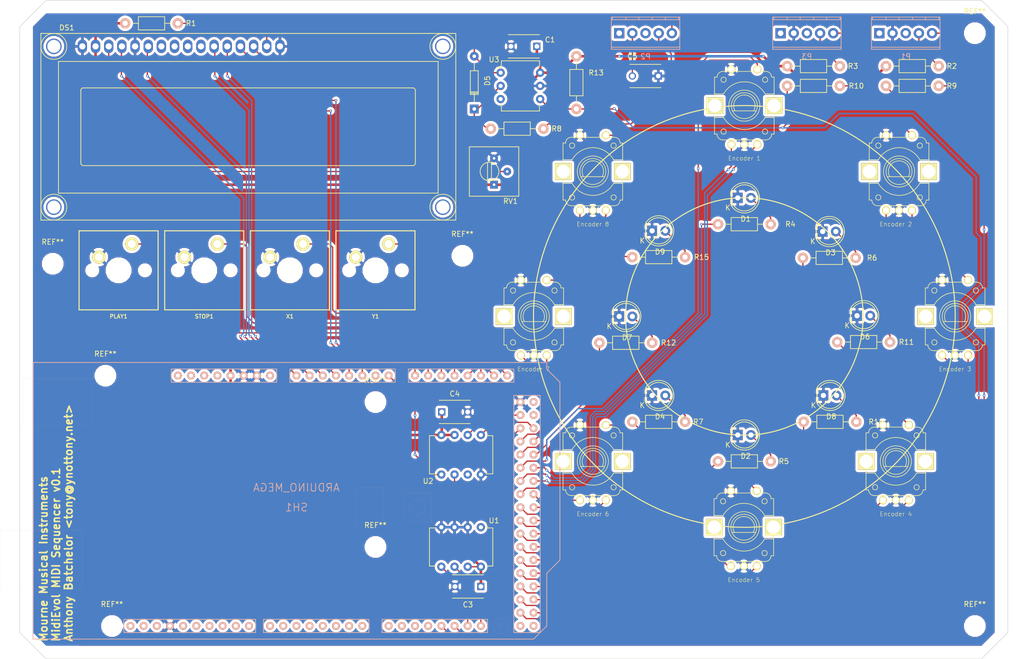
<source format=kicad_pcb>
(kicad_pcb (version 4) (host pcbnew 4.0.5+dfsg1-4)
  (layers (0 F.Cu signal) (31 B.Cu signal) (34 B.Paste user) (35 F.Paste user) (36 B.SilkS user) (37 F.SilkS user) (38 B.Mask user) (39 F.Mask user) (44 Edge.Cuts user))
  (net 0 "")
  (net 1 GND)
  (net 2 5V)
  (net 3 "Net-(C5-Pad2)")
  (net 4 "Net-(D1-Pad2)")
  (net 5 "Net-(D2-Pad2)")
  (net 6 "Net-(D3-Pad2)")
  (net 7 "Net-(D4-Pad2)")
  (net 8 "Net-(D5-Pad1)")
  (net 9 "Net-(D5-Pad2)")
  (net 10 "Net-(D6-Pad2)")
  (net 11 "Net-(D7-Pad2)")
  (net 12 "Net-(D8-Pad2)")
  (net 13 "Net-(D9-Pad2)")
  (net 14 "Net-(DS1-Pad3)")
  (net 15 LCD-RS)
  (net 16 LCD-E)
  (net 17 LCD-4)
  (net 18 LCD-5)
  (net 19 LCD-6)
  (net 20 LCD-7)
  (net 21 "Net-(DS1-Pad15)")
  (net 22 R1L)
  (net 23 R5L)
  (net 24 R2L)
  (net 25 R6L)
  (net 26 MIDIOUT)
  (net 27 MIDIIN)
  (net 28 R3L)
  (net 29 R7L)
  (net 30 R4L)
  (net 31 R8L)
  (net 32 R8S)
  (net 33 R8B)
  (net 34 R8A)
  (net 35 MISO)
  (net 36 MOSI)
  (net 37 SCK)
  (net 38 R1A)
  (net 39 R1B)
  (net 40 R1S)
  (net 41 R2A)
  (net 42 R2B)
  (net 43 R2S)
  (net 44 R4S)
  (net 45 R4B)
  (net 46 R4A)
  (net 47 R3S)
  (net 48 R3B)
  (net 49 R3A)
  (net 50 R5A)
  (net 51 R5B)
  (net 52 R5S)
  (net 53 R6A)
  (net 54 R6B)
  (net 55 R6S)
  (net 56 R7A)
  (net 57 R7B)
  (net 58 R7S)
  (net 59 SCL)
  (net 60 SDA)
  (net 61 Y)
  (net 62 X)
  (net 63 STOP)
  (net 64 PLAY)
  (net 65 CS-SRAM)
  (net 66 "Net-(P1-Pad4)")
  (net 67 "Net-(P1-Pad5)")
  (net 68 "Net-(P2-Pad4)")
  (net 69 "Net-(P3-Pad4)")
  (net 70 "Net-(P3-Pad5)")
  (module ab2_input_devices:AB2_ROTARY_ENCODER_W_SWITCH (layer F.Cu) (at 194.31 114.3)
    (fp_text reference SW11 hide)
    (fp_text value "Encoder 4" (at 0 10.16 180) (layer F.SilkS) (effects (font (size 0.8128 0.8128) (thickness 0.0762))))
    (pad 1 thru_hole circle (at -2.5 7.5) (size 1.524 1.524) (drill 1.016) (layers *.Cu *.Mask F.SilkS) (net 46 R4A))
    (pad 2 thru_hole circle (at 0 7.5) (size 1.524 1.524) (drill 1.016) (layers *.Cu *.Mask F.SilkS) (net 1 GND))
    (pad 3 thru_hole circle (at 2.5 7.5) (size 1.524 1.524) (drill 1.016) (layers *.Cu *.Mask F.SilkS) (net 45 R4B))
    (pad 4 thru_hole circle (at 2.5 -7) (size 1.524 1.524) (drill 1.016) (layers *.Cu *.Mask F.SilkS) (net 44 R4S))
    (pad 5 thru_hole circle (at -2.5 -7) (size 1.524 1.524) (drill 1.016) (layers *.Cu *.Mask F.SilkS) (net 1 GND))
    (pad 7 thru_hole rect (at -5.7 0) (size 3.2 3.2) (drill 2.6) (layers *.Cu *.Mask F.SilkS))
    (pad 7 thru_hole rect (at 5.7 0) (size 3.2 3.2) (drill 2.6) (layers *.Cu *.Mask F.SilkS))
  )
  (module SHIELD_ARDUINO:ARDUINO_MEGA_2560_R3_CONTOUR (layer B.Cu) (at 78.74 121.9073)
    (fp_text reference SH1 (at 0 1.27) (layer B.SilkS) (effects (font (size 1.5 1.5)) (justify mirror)))
    (fp_text value ARDUINO_MEGA (at 0 -2.54) (layer B.SilkS) (effects (font (size 1.5 1.5)) (justify mirror)))
    (pad NC thru_hole circle (at -22.86 -24.1427) (size 1.524 1.524) (drill 0.762) (layers *.Cu *.Mask B.SilkS))
    (pad IREF thru_hole circle (at -20.32 -24.1427) (size 1.524 1.524) (drill 0.762) (layers *.Cu *.Mask B.SilkS))
    (pad RST thru_hole circle (at -17.78 -24.1427) (size 1.524 1.524) (drill 0.762) (layers *.Cu *.Mask B.SilkS))
    (pad 3V3 thru_hole circle (at -15.24 -24.1427) (size 1.524 1.524) (drill 0.762) (layers *.Cu *.Mask B.SilkS))
    (pad 5V/1 thru_hole circle (at -12.7 -24.1427) (size 1.524 1.524) (drill 0.762) (layers *.Cu *.Mask B.SilkS) (net 2 5V))
    (pad GND1 thru_hole circle (at -10.16 -24.1427) (size 1.524 1.524) (drill 0.762) (layers *.Cu *.Mask B.SilkS) (net 1 GND))
    (pad GND2 thru_hole circle (at -7.62 -24.1427) (size 1.524 1.524) (drill 0.762) (layers *.Cu *.Mask B.SilkS) (net 1 GND))
    (pad VIN thru_hole circle (at -5.08 -24.1427) (size 1.524 1.524) (drill 0.762) (layers *.Cu *.Mask B.SilkS))
    (pad A0 thru_hole circle (at 0 -24.1427) (size 1.524 1.524) (drill 0.762) (layers *.Cu *.Mask B.SilkS) (net 15 LCD-RS))
    (pad A1 thru_hole circle (at 2.54 -24.1427) (size 1.524 1.524) (drill 0.762) (layers *.Cu *.Mask B.SilkS) (net 16 LCD-E))
    (pad A2 thru_hole circle (at 5.08 -24.1427) (size 1.524 1.524) (drill 0.762) (layers *.Cu *.Mask B.SilkS) (net 17 LCD-4))
    (pad A3 thru_hole circle (at 7.62 -24.1427) (size 1.524 1.524) (drill 0.762) (layers *.Cu *.Mask B.SilkS) (net 18 LCD-5))
    (pad A4 thru_hole circle (at 10.16 -24.1427) (size 1.524 1.524) (drill 0.762) (layers *.Cu *.Mask B.SilkS) (net 19 LCD-6))
    (pad A5 thru_hole circle (at 12.7 -24.1427) (size 1.524 1.524) (drill 0.762) (layers *.Cu *.Mask B.SilkS) (net 20 LCD-7))
    (pad A6 thru_hole circle (at 15.24 -24.1427) (size 1.524 1.524) (drill 0.762) (layers *.Cu *.Mask B.SilkS))
    (pad A7 thru_hole circle (at 17.78 -24.1427) (size 1.524 1.524) (drill 0.762) (layers *.Cu *.Mask B.SilkS) (net 65 CS-SRAM))
    (pad A8 thru_hole circle (at 22.86 -24.1427) (size 1.524 1.524) (drill 0.762) (layers *.Cu *.Mask B.SilkS) (net 64 PLAY))
    (pad A9 thru_hole circle (at 25.4 -24.1427) (size 1.524 1.524) (drill 0.762) (layers *.Cu *.Mask B.SilkS) (net 63 STOP))
    (pad A10 thru_hole circle (at 27.94 -24.1427) (size 1.524 1.524) (drill 0.762) (layers *.Cu *.Mask B.SilkS) (net 62 X))
    (pad A11 thru_hole circle (at 30.48 -24.1427) (size 1.524 1.524) (drill 0.762) (layers *.Cu *.Mask B.SilkS) (net 61 Y))
    (pad A12 thru_hole circle (at 33.02 -24.1427) (size 1.524 1.524) (drill 0.762) (layers *.Cu *.Mask B.SilkS) (net 34 R8A))
    (pad A13 thru_hole circle (at 35.56 -24.1427) (size 1.524 1.524) (drill 0.762) (layers *.Cu *.Mask B.SilkS) (net 33 R8B))
    (pad A14 thru_hole circle (at 38.1 -24.1427) (size 1.524 1.524) (drill 0.762) (layers *.Cu *.Mask B.SilkS) (net 32 R8S))
    (pad A15 thru_hole circle (at 40.64 -24.1427) (size 1.524 1.524) (drill 0.762) (layers *.Cu *.Mask B.SilkS) (net 31 R8L))
    (pad GND4 thru_hole circle (at 43.18 -19.0627) (size 1.524 1.524) (drill 0.762) (layers *.Cu *.Mask B.SilkS) (net 1 GND))
    (pad GND5 thru_hole circle (at 45.72 -19.0627) (size 1.524 1.524) (drill 0.762) (layers *.Cu *.Mask B.SilkS))
    (pad 50 thru_hole circle (at 43.18 -13.9827) (size 1.524 1.524) (drill 0.762) (layers *.Cu *.Mask B.SilkS) (net 35 MISO))
    (pad 51 thru_hole circle (at 45.72 -13.9827) (size 1.524 1.524) (drill 0.762) (layers *.Cu *.Mask B.SilkS) (net 36 MOSI))
    (pad 52 thru_hole circle (at 43.18 -16.5227) (size 1.524 1.524) (drill 0.762) (layers *.Cu *.Mask B.SilkS) (net 37 SCK))
    (pad 53 thru_hole circle (at 45.72 -16.5227) (size 1.524 1.524) (drill 0.762) (layers *.Cu *.Mask B.SilkS))
    (pad 22 thru_hole circle (at 43.18 21.5773) (size 1.524 1.524) (drill 0.762) (layers *.Cu *.Mask B.SilkS) (net 48 R3B))
    (pad 23 thru_hole circle (at 45.72 21.5773) (size 1.524 1.524) (drill 0.762) (layers *.Cu *.Mask B.SilkS) (net 49 R3A))
    (pad 24 thru_hole circle (at 43.18 19.0373) (size 1.524 1.524) (drill 0.762) (layers *.Cu *.Mask B.SilkS) (net 47 R3S))
    (pad 25 thru_hole circle (at 45.72 19.0373) (size 1.524 1.524) (drill 0.762) (layers *.Cu *.Mask B.SilkS) (net 28 R3L))
    (pad 26 thru_hole circle (at 43.18 16.4973) (size 1.524 1.524) (drill 0.762) (layers *.Cu *.Mask B.SilkS) (net 45 R4B))
    (pad 27 thru_hole circle (at 45.72 16.4973) (size 1.524 1.524) (drill 0.762) (layers *.Cu *.Mask B.SilkS) (net 46 R4A))
    (pad 28 thru_hole circle (at 43.18 13.9573) (size 1.524 1.524) (drill 0.762) (layers *.Cu *.Mask B.SilkS) (net 44 R4S))
    (pad 29 thru_hole circle (at 45.72 13.9573) (size 1.524 1.524) (drill 0.762) (layers *.Cu *.Mask B.SilkS) (net 30 R4L))
    (pad 30 thru_hole circle (at 43.18 11.4173) (size 1.524 1.524) (drill 0.762) (layers *.Cu *.Mask B.SilkS) (net 51 R5B))
    (pad 31 thru_hole circle (at 45.72 11.4173) (size 1.524 1.524) (drill 0.762) (layers *.Cu *.Mask B.SilkS) (net 50 R5A))
    (pad 32 thru_hole circle (at 43.18 8.8773) (size 1.524 1.524) (drill 0.762) (layers *.Cu *.Mask B.SilkS) (net 52 R5S))
    (pad 33 thru_hole circle (at 45.72 8.8773) (size 1.524 1.524) (drill 0.762) (layers *.Cu *.Mask B.SilkS) (net 23 R5L))
    (pad 34 thru_hole circle (at 43.18 6.3373) (size 1.524 1.524) (drill 0.762) (layers *.Cu *.Mask B.SilkS) (net 42 R2B))
    (pad 35 thru_hole circle (at 45.72 6.3373) (size 1.524 1.524) (drill 0.762) (layers *.Cu *.Mask B.SilkS) (net 41 R2A))
    (pad 36 thru_hole circle (at 43.18 3.7973) (size 1.524 1.524) (drill 0.762) (layers *.Cu *.Mask B.SilkS) (net 43 R2S))
    (pad 37 thru_hole circle (at 45.72 3.7973) (size 1.524 1.524) (drill 0.762) (layers *.Cu *.Mask B.SilkS) (net 24 R2L))
    (pad 38 thru_hole circle (at 43.18 1.2573) (size 1.524 1.524) (drill 0.762) (layers *.Cu *.Mask B.SilkS) (net 25 R6L))
    (pad 39 thru_hole circle (at 45.72 1.2573) (size 1.524 1.524) (drill 0.762) (layers *.Cu *.Mask B.SilkS) (net 55 R6S))
    (pad 40 thru_hole circle (at 43.18 -1.2827) (size 1.524 1.524) (drill 0.762) (layers *.Cu *.Mask B.SilkS) (net 53 R6A))
    (pad 41 thru_hole circle (at 45.72 -1.2827) (size 1.524 1.524) (drill 0.762) (layers *.Cu *.Mask B.SilkS) (net 54 R6B))
    (pad 42 thru_hole circle (at 43.18 -3.8227) (size 1.524 1.524) (drill 0.762) (layers *.Cu *.Mask B.SilkS) (net 38 R1A))
    (pad 43 thru_hole circle (at 45.72 -3.8227) (size 1.524 1.524) (drill 0.762) (layers *.Cu *.Mask B.SilkS) (net 39 R1B))
    (pad 44 thru_hole circle (at 43.18 -6.3627) (size 1.524 1.524) (drill 0.762) (layers *.Cu *.Mask B.SilkS) (net 40 R1S))
    (pad 45 thru_hole circle (at 45.72 -6.3627) (size 1.524 1.524) (drill 0.762) (layers *.Cu *.Mask B.SilkS) (net 22 R1L))
    (pad 46 thru_hole circle (at 43.18 -8.9027) (size 1.524 1.524) (drill 0.762) (layers *.Cu *.Mask B.SilkS) (net 58 R7S))
    (pad 47 thru_hole circle (at 45.72 -8.9027) (size 1.524 1.524) (drill 0.762) (layers *.Cu *.Mask B.SilkS) (net 29 R7L))
    (pad 48 thru_hole circle (at 43.18 -11.4427) (size 1.524 1.524) (drill 0.762) (layers *.Cu *.Mask B.SilkS) (net 56 R7A))
    (pad 49 thru_hole circle (at 45.72 -11.4427) (size 1.524 1.524) (drill 0.762) (layers *.Cu *.Mask B.SilkS) (net 57 R7B))
    (pad 5V/2 thru_hole circle (at 43.18 24.1173) (size 1.524 1.524) (drill 0.762) (layers *.Cu *.Mask B.SilkS))
    (pad 5V/3 thru_hole circle (at 45.72 24.1173) (size 1.524 1.524) (drill 0.762) (layers *.Cu *.Mask B.SilkS))
    (pad 21/1 thru_hole circle (at 35.56 24.1173) (size 1.524 1.524) (drill 0.762) (layers *.Cu *.Mask B.SilkS) (net 59 SCL))
    (pad 14 thru_hole circle (at 17.78 24.1173) (size 1.524 1.524) (drill 0.762) (layers *.Cu *.Mask B.SilkS))
    (pad 15 thru_hole circle (at 20.32 24.1173) (size 1.524 1.524) (drill 0.762) (layers *.Cu *.Mask B.SilkS))
    (pad 16 thru_hole circle (at 22.86 24.1173) (size 1.524 1.524) (drill 0.762) (layers *.Cu *.Mask B.SilkS))
    (pad 17 thru_hole circle (at 25.4 24.1173) (size 1.524 1.524) (drill 0.762) (layers *.Cu *.Mask B.SilkS))
    (pad 18 thru_hole circle (at 27.94 24.1173) (size 1.524 1.524) (drill 0.762) (layers *.Cu *.Mask B.SilkS) (net 26 MIDIOUT))
    (pad 19 thru_hole circle (at 30.48 24.1173) (size 1.524 1.524) (drill 0.762) (layers *.Cu *.Mask B.SilkS) (net 27 MIDIIN))
    (pad 20/1 thru_hole circle (at 33.02 24.1173) (size 1.524 1.524) (drill 0.762) (layers *.Cu *.Mask B.SilkS) (net 60 SDA))
    (pad 0 thru_hole circle (at 12.7 24.1173) (size 1.524 1.524) (drill 0.762) (layers *.Cu *.Mask B.SilkS))
    (pad 1 thru_hole circle (at 10.16 24.1173) (size 1.524 1.524) (drill 0.762) (layers *.Cu *.Mask B.SilkS))
    (pad 2 thru_hole circle (at 7.62 24.1173) (size 1.524 1.524) (drill 0.762) (layers *.Cu *.Mask B.SilkS))
    (pad 3 thru_hole circle (at 5.08 24.1173) (size 1.524 1.524) (drill 0.762) (layers *.Cu *.Mask B.SilkS))
    (pad 4 thru_hole circle (at 2.54 24.1173) (size 1.524 1.524) (drill 0.762) (layers *.Cu *.Mask B.SilkS))
    (pad 5 thru_hole circle (at 0 24.1173) (size 1.524 1.524) (drill 0.762) (layers *.Cu *.Mask B.SilkS))
    (pad 6 thru_hole circle (at -2.54 24.1173) (size 1.524 1.524) (drill 0.762) (layers *.Cu *.Mask B.SilkS))
    (pad 7 thru_hole circle (at -5.08 24.1173) (size 1.524 1.524) (drill 0.762) (layers *.Cu *.Mask B.SilkS))
    (pad 8 thru_hole circle (at -9.144 24.1173) (size 1.524 1.524) (drill 0.762) (layers *.Cu *.Mask B.SilkS))
    (pad 9 thru_hole circle (at -11.684 24.1173) (size 1.524 1.524) (drill 0.762) (layers *.Cu *.Mask B.SilkS))
    (pad 10 thru_hole circle (at -14.224 24.1173) (size 1.524 1.524) (drill 0.762) (layers *.Cu *.Mask B.SilkS))
    (pad 11 thru_hole circle (at -16.764 24.1173) (size 1.524 1.524) (drill 0.762) (layers *.Cu *.Mask B.SilkS))
    (pad 12 thru_hole circle (at -19.304 24.1173) (size 1.524 1.524) (drill 0.762) (layers *.Cu *.Mask B.SilkS))
    (pad 13 thru_hole circle (at -21.844 24.1173) (size 1.524 1.524) (drill 0.762) (layers *.Cu *.Mask B.SilkS))
    (pad GND3 thru_hole circle (at -24.384 24.1173) (size 1.524 1.524) (drill 0.762) (layers *.Cu *.Mask B.SilkS) (net 1 GND))
    (pad AREF thru_hole circle (at -26.924 24.1173) (size 1.524 1.524) (drill 0.762) (layers *.Cu *.Mask B.SilkS))
    (pad 20/2 thru_hole circle (at -29.464 24.1173) (size 1.524 1.524) (drill 0.762) (layers *.Cu *.Mask B.SilkS))
    (pad 21/2 thru_hole circle (at -32.004 24.1173) (size 1.524 1.524) (drill 0.762) (layers *.Cu *.Mask B.SilkS))
  )
  (module Capacitors_ThroughHole:C_Disc_D6_P5 (layer F.Cu) (at 114.3 138.43 180)
    (fp_text reference C3 (at 2.5 -3.5 180) (layer F.SilkS))
    (fp_text value 0.1µF)
    (pad 1 thru_hole rect (at 0 0 180) (size 1.4 1.4) (drill 0.9) (layers *.Cu *.Mask) (net 2 5V))
    (pad 2 thru_hole circle (at 5 0 180) (size 1.4 1.4) (drill 0.9) (layers *.Cu *.Mask) (net 1 GND))
  )
  (module Capacitors_ThroughHole:C_Disc_D6_P5 (layer F.Cu) (at 106.76 104.775)
    (fp_text reference C4 (at 2.5 -3.5) (layer F.SilkS))
    (fp_text value 0.1µF)
    (pad 1 thru_hole rect (at 0 0) (size 1.4 1.4) (drill 0.9) (layers *.Cu *.Mask) (net 2 5V))
    (pad 2 thru_hole circle (at 5 0) (size 1.4 1.4) (drill 0.9) (layers *.Cu *.Mask) (net 1 GND))
  )
  (module Capacitors_ThroughHole:C_Disc_D6_P5 (layer F.Cu) (at 148.51 40.005 180)
    (fp_text reference C5 (at 5 3.81 360) (layer F.SilkS))
    (fp_text value 0.1µF)
    (pad 1 thru_hole rect (at 0 0 180) (size 1.4 1.4) (drill 0.9) (layers *.Cu *.Mask) (net 1 GND))
    (pad 2 thru_hole circle (at 5 0 180) (size 1.4 1.4) (drill 0.9) (layers *.Cu *.Mask) (net 3 "Net-(C5-Pad2)"))
  )
  (module Resistors_ThroughHole:Resistor_Horizontal_RM10mm (layer F.Cu) (at 55.88 29.845 180)
    (fp_text reference R1 (at -2.54 0 180) (layer F.SilkS))
    (fp_text value 220R)
    (pad 1 thru_hole circle (at 0 0 180) (size 1.99898 1.99898) (drill 1.00076) (layers *.Cu *.SilkS *.Mask) (net 21 "Net-(DS1-Pad15)"))
    (pad 2 thru_hole circle (at 10.16 0 180) (size 1.99898 1.99898) (drill 1.00076) (layers *.Cu *.SilkS *.Mask) (net 2 5V))
  )
  (module Resistors_ThroughHole:Resistor_Horizontal_RM10mm (layer F.Cu) (at 202.565 38.1 180)
    (fp_text reference R2 (at -2.54 0 180) (layer F.SilkS))
    (fp_text value 200R)
    (pad 1 thru_hole circle (at 0 0 180) (size 1.99898 1.99898) (drill 1.00076) (layers *.Cu *.SilkS *.Mask) (net 66 "Net-(P1-Pad4)"))
    (pad 2 thru_hole circle (at 10.16 0 180) (size 1.99898 1.99898) (drill 1.00076) (layers *.Cu *.SilkS *.Mask) (net 2 5V))
  )
  (module Resistors_ThroughHole:Resistor_Horizontal_RM10mm (layer F.Cu) (at 183.515 38.1 180)
    (fp_text reference R3 (at -2.54 0 180) (layer F.SilkS))
    (fp_text value 200R)
    (pad 1 thru_hole circle (at 0 0 180) (size 1.99898 1.99898) (drill 1.00076) (layers *.Cu *.SilkS *.Mask) (net 69 "Net-(P3-Pad4)"))
    (pad 2 thru_hole circle (at 10.16 0 180) (size 1.99898 1.99898) (drill 1.00076) (layers *.Cu *.SilkS *.Mask) (net 2 5V))
  )
  (module Resistors_ThroughHole:Resistor_Horizontal_RM10mm (layer F.Cu) (at 160.02 68.58)
    (fp_text reference R4 (at 13.97 0) (layer F.SilkS))
    (fp_text value 220R)
    (pad 1 thru_hole circle (at 0 0) (size 1.99898 1.99898) (drill 1.00076) (layers *.Cu *.SilkS *.Mask) (net 22 R1L))
    (pad 2 thru_hole circle (at 10.16 0) (size 1.99898 1.99898) (drill 1.00076) (layers *.Cu *.SilkS *.Mask) (net 4 "Net-(D1-Pad2)"))
  )
  (module Resistors_ThroughHole:Resistor_Horizontal_RM10mm (layer F.Cu) (at 160.02 114.3)
    (fp_text reference R5 (at 12.7 0) (layer F.SilkS))
    (fp_text value 220R)
    (pad 1 thru_hole circle (at 0 0) (size 1.99898 1.99898) (drill 1.00076) (layers *.Cu *.SilkS *.Mask) (net 23 R5L))
    (pad 2 thru_hole circle (at 10.16 0) (size 1.99898 1.99898) (drill 1.00076) (layers *.Cu *.SilkS *.Mask) (net 5 "Net-(D2-Pad2)"))
  )
  (module Resistors_ThroughHole:Resistor_Horizontal_RM10mm (layer F.Cu) (at 176.39 75.07)
    (fp_text reference R6 (at 13.335 0) (layer F.SilkS))
    (fp_text value 220R)
    (pad 1 thru_hole circle (at 0 0) (size 1.99898 1.99898) (drill 1.00076) (layers *.Cu *.SilkS *.Mask) (net 24 R2L))
    (pad 2 thru_hole circle (at 10.16 0) (size 1.99898 1.99898) (drill 1.00076) (layers *.Cu *.SilkS *.Mask) (net 6 "Net-(D3-Pad2)"))
  )
  (module Resistors_ThroughHole:Resistor_Horizontal_RM10mm (layer F.Cu) (at 143.51 106.68)
    (fp_text reference R7 (at 12.7 0) (layer F.SilkS))
    (fp_text value 220R)
    (pad 1 thru_hole circle (at 0 0) (size 1.99898 1.99898) (drill 1.00076) (layers *.Cu *.SilkS *.Mask) (net 25 R6L))
    (pad 2 thru_hole circle (at 10.16 0) (size 1.99898 1.99898) (drill 1.00076) (layers *.Cu *.SilkS *.Mask) (net 7 "Net-(D4-Pad2)"))
  )
  (module Resistors_ThroughHole:Resistor_Horizontal_RM10mm (layer F.Cu) (at 116.205 50.165)
    (fp_text reference R8 (at 12.7 0) (layer F.SilkS))
    (fp_text value 220R)
    (pad 1 thru_hole circle (at 0 0) (size 1.99898 1.99898) (drill 1.00076) (layers *.Cu *.SilkS *.Mask) (net 8 "Net-(D5-Pad1)"))
    (pad 2 thru_hole circle (at 10.16 0) (size 1.99898 1.99898) (drill 1.00076) (layers *.Cu *.SilkS *.Mask) (net 68 "Net-(P2-Pad4)"))
  )
  (module Resistors_ThroughHole:Resistor_Horizontal_RM10mm (layer F.Cu) (at 192.405 41.91)
    (fp_text reference R9 (at 12.7 0) (layer F.SilkS))
    (fp_text value 200R)
    (pad 1 thru_hole circle (at 0 0) (size 1.99898 1.99898) (drill 1.00076) (layers *.Cu *.SilkS *.Mask) (net 26 MIDIOUT))
    (pad 2 thru_hole circle (at 10.16 0) (size 1.99898 1.99898) (drill 1.00076) (layers *.Cu *.SilkS *.Mask) (net 67 "Net-(P1-Pad5)"))
  )
  (module Resistors_ThroughHole:Resistor_Horizontal_RM10mm (layer F.Cu) (at 173.355 41.91)
    (fp_text reference R10 (at 13.335 0 180) (layer F.SilkS))
    (fp_text value 200R)
    (pad 1 thru_hole circle (at 0 0) (size 1.99898 1.99898) (drill 1.00076) (layers *.Cu *.SilkS *.Mask) (net 27 MIDIIN))
    (pad 2 thru_hole circle (at 10.16 0) (size 1.99898 1.99898) (drill 1.00076) (layers *.Cu *.SilkS *.Mask) (net 70 "Net-(P3-Pad5)"))
  )
  (module Resistors_ThroughHole:Resistor_Horizontal_RM10mm (layer F.Cu) (at 183.02 91.3)
    (fp_text reference R11 (at 13.335 0) (layer F.SilkS))
    (fp_text value 220R)
    (pad 1 thru_hole circle (at 0 0) (size 1.99898 1.99898) (drill 1.00076) (layers *.Cu *.SilkS *.Mask) (net 28 R3L))
    (pad 2 thru_hole circle (at 10.16 0) (size 1.99898 1.99898) (drill 1.00076) (layers *.Cu *.SilkS *.Mask) (net 10 "Net-(D6-Pad2)"))
  )
  (module Resistors_ThroughHole:Resistor_Horizontal_RM10mm (layer F.Cu) (at 137.16 91.44)
    (fp_text reference R12 (at 13.335 0) (layer F.SilkS))
    (fp_text value 220R)
    (pad 1 thru_hole circle (at 0 0) (size 1.99898 1.99898) (drill 1.00076) (layers *.Cu *.SilkS *.Mask) (net 29 R7L))
    (pad 2 thru_hole circle (at 10.16 0) (size 1.99898 1.99898) (drill 1.00076) (layers *.Cu *.SilkS *.Mask) (net 11 "Net-(D7-Pad2)"))
  )
  (module Resistors_ThroughHole:Resistor_Horizontal_RM10mm (layer F.Cu) (at 132.715 36.195 270)
    (fp_text reference R13 (at 3.175 -3.81 360) (layer F.SilkS))
    (fp_text value 280R)
    (pad 1 thru_hole circle (at 0 0 270) (size 1.99898 1.99898) (drill 1.00076) (layers *.Cu *.SilkS *.Mask) (net 2 5V))
    (pad 2 thru_hole circle (at 10.16 0 270) (size 1.99898 1.99898) (drill 1.00076) (layers *.Cu *.SilkS *.Mask) (net 27 MIDIIN))
  )
  (module Resistors_ThroughHole:Resistor_Horizontal_RM10mm (layer F.Cu) (at 186.69 106.68 180)
    (fp_text reference R14 (at -3.81 0 180) (layer F.SilkS))
    (fp_text value 220R)
    (pad 1 thru_hole circle (at 0 0 180) (size 1.99898 1.99898) (drill 1.00076) (layers *.Cu *.SilkS *.Mask) (net 12 "Net-(D8-Pad2)"))
    (pad 2 thru_hole circle (at 10.16 0 180) (size 1.99898 1.99898) (drill 1.00076) (layers *.Cu *.SilkS *.Mask) (net 30 R4L))
  )
  (module Resistors_ThroughHole:Resistor_Horizontal_RM10mm (layer F.Cu) (at 143.51 74.93)
    (fp_text reference R15 (at 13.335 0 180) (layer F.SilkS))
    (fp_text value 220R)
    (pad 1 thru_hole circle (at 0 0) (size 1.99898 1.99898) (drill 1.00076) (layers *.Cu *.SilkS *.Mask) (net 31 R8L))
    (pad 2 thru_hole circle (at 10.16 0) (size 1.99898 1.99898) (drill 1.00076) (layers *.Cu *.SilkS *.Mask) (net 13 "Net-(D9-Pad2)"))
  )
  (module Housings_DIP:DIP-8_W7.62mm (layer F.Cu) (at 114.3 127 270)
    (fp_text reference U1 (at -1.27 -2.54 360) (layer F.SilkS))
    (fp_text value 24FC1026)
    (pad 1 thru_hole oval (at 0 0 270) (size 1.6 1.6) (drill 0.8) (layers *.Cu *.Mask))
    (pad 2 thru_hole oval (at 0 2.54 270) (size 1.6 1.6) (drill 0.8) (layers *.Cu *.Mask) (net 1 GND))
    (pad 3 thru_hole oval (at 0 5.08 270) (size 1.6 1.6) (drill 0.8) (layers *.Cu *.Mask) (net 1 GND))
    (pad 4 thru_hole oval (at 0 7.62 270) (size 1.6 1.6) (drill 0.8) (layers *.Cu *.Mask) (net 1 GND))
    (pad 5 thru_hole oval (at 7.62 7.62 270) (size 1.6 1.6) (drill 0.8) (layers *.Cu *.Mask) (net 60 SDA))
    (pad 6 thru_hole oval (at 7.62 5.08 270) (size 1.6 1.6) (drill 0.8) (layers *.Cu *.Mask) (net 59 SCL))
    (pad 7 thru_hole oval (at 7.62 2.54 270) (size 1.6 1.6) (drill 0.8) (layers *.Cu *.Mask) (net 2 5V))
    (pad 8 thru_hole oval (at 7.62 0 270) (size 1.6 1.6) (drill 0.8) (layers *.Cu *.Mask) (net 2 5V))
  )
  (module Housings_DIP:DIP-8_W7.62mm (layer F.Cu) (at 106.68 116.84 90)
    (fp_text reference U2 (at -1.27 -2.54 180) (layer F.SilkS))
    (fp_text value 23LC1024)
    (pad 1 thru_hole oval (at 0 0 90) (size 1.6 1.6) (drill 0.8) (layers *.Cu *.Mask) (net 65 CS-SRAM))
    (pad 2 thru_hole oval (at 0 2.54 90) (size 1.6 1.6) (drill 0.8) (layers *.Cu *.Mask) (net 35 MISO))
    (pad 3 thru_hole oval (at 0 5.08 90) (size 1.6 1.6) (drill 0.8) (layers *.Cu *.Mask))
    (pad 4 thru_hole oval (at 0 7.62 90) (size 1.6 1.6) (drill 0.8) (layers *.Cu *.Mask) (net 1 GND))
    (pad 5 thru_hole oval (at 7.62 7.62 90) (size 1.6 1.6) (drill 0.8) (layers *.Cu *.Mask) (net 36 MOSI))
    (pad 6 thru_hole oval (at 7.62 5.08 90) (size 1.6 1.6) (drill 0.8) (layers *.Cu *.Mask) (net 37 SCK))
    (pad 7 thru_hole oval (at 7.62 2.54 90) (size 1.6 1.6) (drill 0.8) (layers *.Cu *.Mask) (net 2 5V))
    (pad 8 thru_hole oval (at 7.62 0 90) (size 1.6 1.6) (drill 0.8) (layers *.Cu *.Mask) (net 2 5V))
  )
  (module Housings_DIP:DIP-6_W7.62mm (layer F.Cu) (at 118.11 39.37)
    (fp_text reference U3 (at -1.27 -2.54) (layer F.SilkS))
    (fp_text value PC900V)
    (pad 1 thru_hole oval (at 0 0) (size 1.6 1.6) (drill 0.8) (layers *.Cu *.Mask) (net 9 "Net-(D5-Pad2)"))
    (pad 2 thru_hole oval (at 0 2.54) (size 1.6 1.6) (drill 0.8) (layers *.Cu *.Mask) (net 8 "Net-(D5-Pad1)"))
    (pad 3 thru_hole oval (at 0 5.08) (size 1.6 1.6) (drill 0.8) (layers *.Cu *.Mask))
    (pad 4 thru_hole oval (at 7.62 5.08) (size 1.6 1.6) (drill 0.8) (layers *.Cu *.Mask) (net 27 MIDIIN))
    (pad 5 thru_hole oval (at 7.62 2.54) (size 1.6 1.6) (drill 0.8) (layers *.Cu *.Mask) (net 1 GND))
    (pad 6 thru_hole oval (at 7.62 0) (size 1.6 1.6) (drill 0.8) (layers *.Cu *.Mask) (net 2 5V))
  )
  (module Displays:WC1602A (layer F.Cu) (at 37.465 34.29)
    (fp_text reference DS1 (at -2.99974 -3.59918) (layer F.SilkS))
    (fp_text value LCD-016N002L)
    (pad 1 thru_hole oval (at 0 0) (size 1.8 2.6) (drill 1.2) (layers *.Cu *.Mask) (net 1 GND))
    (pad 2 thru_hole oval (at 2.54 0) (size 1.8 2.6) (drill 1.2) (layers *.Cu *.Mask) (net 2 5V))
    (pad 3 thru_hole oval (at 5.08 0) (size 1.8 2.6) (drill 1.2) (layers *.Cu *.Mask) (net 14 "Net-(DS1-Pad3)"))
    (pad 4 thru_hole oval (at 7.62 0) (size 1.8 2.6) (drill 1.2) (layers *.Cu *.Mask) (net 15 LCD-RS))
    (pad 5 thru_hole oval (at 10.16 0) (size 1.8 2.6) (drill 1.2) (layers *.Cu *.Mask) (net 1 GND))
    (pad 6 thru_hole oval (at 12.7 0) (size 1.8 2.6) (drill 1.2) (layers *.Cu *.Mask) (net 16 LCD-E))
    (pad 7 thru_hole oval (at 15.24 0) (size 1.8 2.6) (drill 1.2) (layers *.Cu *.Mask))
    (pad 8 thru_hole oval (at 17.78 0) (size 1.8 2.6) (drill 1.2) (layers *.Cu *.Mask))
    (pad 9 thru_hole oval (at 20.32 0) (size 1.8 2.6) (drill 1.2) (layers *.Cu *.Mask))
    (pad 10 thru_hole oval (at 22.86 0) (size 1.8 2.6) (drill 1.2) (layers *.Cu *.Mask))
    (pad 11 thru_hole oval (at 25.4 0) (size 1.8 2.6) (drill 1.2) (layers *.Cu *.Mask) (net 17 LCD-4))
    (pad 12 thru_hole oval (at 27.94 0) (size 1.8 2.6) (drill 1.2) (layers *.Cu *.Mask) (net 18 LCD-5))
    (pad 13 thru_hole oval (at 30.48 0) (size 1.8 2.6) (drill 1.2) (layers *.Cu *.Mask) (net 19 LCD-6))
    (pad 14 thru_hole oval (at 33.02 0) (size 1.8 2.6) (drill 1.2) (layers *.Cu *.Mask) (net 20 LCD-7))
    (pad 15 thru_hole oval (at 35.56 0) (size 1.8 2.6) (drill 1.2) (layers *.Cu *.Mask) (net 21 "Net-(DS1-Pad15)"))
    (pad 16 thru_hole oval (at 38.1 0) (size 1.8 2.6) (drill 1.2) (layers *.Cu *.Mask) (net 1 GND))
    (pad 0 thru_hole circle (at -5.4991 0) (size 3 3) (drill 2.5) (layers *.Cu *.Mask))
    (pad 0 thru_hole circle (at -5.4991 31.0007) (size 3 3) (drill 2.5) (layers *.Cu *.Mask))
    (pad 0 thru_hole circle (at 69.49948 31.0007) (size 3 3) (drill 2.5) (layers *.Cu *.Mask))
    (pad 0 thru_hole circle (at 69.49948 0) (size 3 3) (drill 2.5) (layers *.Cu *.Mask))
  )
  (module Capacitors_ThroughHole:C_Disc_D6_P5 (layer F.Cu) (at 125.095 34.29 180)
    (fp_text reference C1 (at -2.54 1.27 180) (layer F.SilkS))
    (fp_text value 0.1µF)
    (pad 1 thru_hole rect (at 0 0 180) (size 1.4 1.4) (drill 0.9) (layers *.Cu *.Mask) (net 2 5V))
    (pad 2 thru_hole circle (at 5 0 180) (size 1.4 1.4) (drill 0.9) (layers *.Cu *.Mask) (net 1 GND))
  )
  (module ab2_input_devices:AB2_ROTARY_ENCODER_W_SWITCH (layer F.Cu) (at 165 127)
    (fp_text reference SW6 hide)
    (fp_text value "Encoder 5" (at 0 10.16 180) (layer F.SilkS) (effects (font (size 0.8128 0.8128) (thickness 0.0762))))
    (pad 1 thru_hole circle (at -2.5 7.5) (size 1.524 1.524) (drill 1.016) (layers *.Cu *.Mask F.SilkS) (net 50 R5A))
    (pad 2 thru_hole circle (at 0 7.5) (size 1.524 1.524) (drill 1.016) (layers *.Cu *.Mask F.SilkS) (net 1 GND))
    (pad 3 thru_hole circle (at 2.5 7.5) (size 1.524 1.524) (drill 1.016) (layers *.Cu *.Mask F.SilkS) (net 51 R5B))
    (pad 4 thru_hole circle (at 2.5 -7) (size 1.524 1.524) (drill 1.016) (layers *.Cu *.Mask F.SilkS) (net 52 R5S))
    (pad 5 thru_hole circle (at -2.5 -7) (size 1.524 1.524) (drill 1.016) (layers *.Cu *.Mask F.SilkS) (net 1 GND))
    (pad 7 thru_hole rect (at -5.7 0) (size 3.2 3.2) (drill 2.6) (layers *.Cu *.Mask F.SilkS))
    (pad 7 thru_hole rect (at 5.7 0) (size 3.2 3.2) (drill 2.6) (layers *.Cu *.Mask F.SilkS))
  )
  (module ab2_input_devices:AB2_ROTARY_ENCODER_W_SWITCH (layer F.Cu) (at 135.89 58.42)
    (fp_text reference SW12 hide)
    (fp_text value "Encoder 8" (at 0 10.16 180) (layer F.SilkS) (effects (font (size 0.8128 0.8128) (thickness 0.0762))))
    (pad 1 thru_hole circle (at -2.5 7.5) (size 1.524 1.524) (drill 1.016) (layers *.Cu *.Mask F.SilkS) (net 34 R8A))
    (pad 2 thru_hole circle (at 0 7.5) (size 1.524 1.524) (drill 1.016) (layers *.Cu *.Mask F.SilkS) (net 1 GND))
    (pad 3 thru_hole circle (at 2.5 7.5) (size 1.524 1.524) (drill 1.016) (layers *.Cu *.Mask F.SilkS) (net 33 R8B))
    (pad 4 thru_hole circle (at 2.5 -7) (size 1.524 1.524) (drill 1.016) (layers *.Cu *.Mask F.SilkS) (net 32 R8S))
    (pad 5 thru_hole circle (at -2.5 -7) (size 1.524 1.524) (drill 1.016) (layers *.Cu *.Mask F.SilkS) (net 1 GND))
    (pad 7 thru_hole rect (at -5.7 0) (size 3.2 3.2) (drill 2.6) (layers *.Cu *.Mask F.SilkS))
    (pad 7 thru_hole rect (at 5.7 0) (size 3.2 3.2) (drill 2.6) (layers *.Cu *.Mask F.SilkS))
  )
  (module ab2_input_devices:AB2_ROTARY_ENCODER_W_SWITCH (layer F.Cu) (at 124.5 86.36)
    (fp_text reference SW10 hide)
    (fp_text value "Encoder 7" (at -0.04 10.16 180) (layer F.SilkS) (effects (font (size 0.8128 0.8128) (thickness 0.0762))))
    (pad 1 thru_hole circle (at -2.5 7.5) (size 1.524 1.524) (drill 1.016) (layers *.Cu *.Mask F.SilkS) (net 56 R7A))
    (pad 2 thru_hole circle (at 0 7.5) (size 1.524 1.524) (drill 1.016) (layers *.Cu *.Mask F.SilkS) (net 1 GND))
    (pad 3 thru_hole circle (at 2.5 7.5) (size 1.524 1.524) (drill 1.016) (layers *.Cu *.Mask F.SilkS) (net 57 R7B))
    (pad 4 thru_hole circle (at 2.5 -7) (size 1.524 1.524) (drill 1.016) (layers *.Cu *.Mask F.SilkS) (net 58 R7S))
    (pad 5 thru_hole circle (at -2.5 -7) (size 1.524 1.524) (drill 1.016) (layers *.Cu *.Mask F.SilkS) (net 1 GND))
    (pad 7 thru_hole rect (at -5.7 0) (size 3.2 3.2) (drill 2.6) (layers *.Cu *.Mask F.SilkS))
    (pad 7 thru_hole rect (at 5.7 0) (size 3.2 3.2) (drill 2.6) (layers *.Cu *.Mask F.SilkS))
  )
  (module ab2_input_devices:AB2_ROTARY_ENCODER_W_SWITCH (layer F.Cu) (at 205.74 86.36)
    (fp_text reference SW9 hide)
    (fp_text value "Encoder 3" (at 0 10.16 180) (layer F.SilkS) (effects (font (size 0.8128 0.8128) (thickness 0.0762))))
    (pad 1 thru_hole circle (at -2.5 7.5) (size 1.524 1.524) (drill 1.016) (layers *.Cu *.Mask F.SilkS) (net 49 R3A))
    (pad 2 thru_hole circle (at 0 7.5) (size 1.524 1.524) (drill 1.016) (layers *.Cu *.Mask F.SilkS) (net 1 GND))
    (pad 3 thru_hole circle (at 2.5 7.5) (size 1.524 1.524) (drill 1.016) (layers *.Cu *.Mask F.SilkS) (net 48 R3B))
    (pad 4 thru_hole circle (at 2.5 -7) (size 1.524 1.524) (drill 1.016) (layers *.Cu *.Mask F.SilkS) (net 47 R3S))
    (pad 5 thru_hole circle (at -2.5 -7) (size 1.524 1.524) (drill 1.016) (layers *.Cu *.Mask F.SilkS) (net 1 GND))
    (pad 7 thru_hole rect (at -5.7 0) (size 3.2 3.2) (drill 2.6) (layers *.Cu *.Mask F.SilkS))
    (pad 7 thru_hole rect (at 5.7 0) (size 3.2 3.2) (drill 2.6) (layers *.Cu *.Mask F.SilkS))
  )
  (module ab2_input_devices:AB2_ROTARY_ENCODER_W_SWITCH (layer F.Cu) (at 135.89 114.3)
    (fp_text reference SW8 hide)
    (fp_text value "Encoder 6" (at 0 10.16 180) (layer F.SilkS) (effects (font (size 0.8128 0.8128) (thickness 0.0762))))
    (pad 1 thru_hole circle (at -2.5 7.5) (size 1.524 1.524) (drill 1.016) (layers *.Cu *.Mask F.SilkS) (net 53 R6A))
    (pad 2 thru_hole circle (at 0 7.5) (size 1.524 1.524) (drill 1.016) (layers *.Cu *.Mask F.SilkS) (net 1 GND))
    (pad 3 thru_hole circle (at 2.5 7.5) (size 1.524 1.524) (drill 1.016) (layers *.Cu *.Mask F.SilkS) (net 54 R6B))
    (pad 4 thru_hole circle (at 2.5 -7) (size 1.524 1.524) (drill 1.016) (layers *.Cu *.Mask F.SilkS) (net 55 R6S))
    (pad 5 thru_hole circle (at -2.5 -7) (size 1.524 1.524) (drill 1.016) (layers *.Cu *.Mask F.SilkS) (net 1 GND))
    (pad 7 thru_hole rect (at -5.7 0) (size 3.2 3.2) (drill 2.6) (layers *.Cu *.Mask F.SilkS))
    (pad 7 thru_hole rect (at 5.7 0) (size 3.2 3.2) (drill 2.6) (layers *.Cu *.Mask F.SilkS))
  )
  (module ab2_input_devices:AB2_ROTARY_ENCODER_W_SWITCH (layer F.Cu) (at 194.93 58.42)
    (fp_text reference SW7 hide)
    (fp_text value "Encoder 2" (at -0.62 10.16 180) (layer F.SilkS) (effects (font (size 0.8128 0.8128) (thickness 0.0762))))
    (pad 1 thru_hole circle (at -2.5 7.5) (size 1.524 1.524) (drill 1.016) (layers *.Cu *.Mask F.SilkS) (net 41 R2A))
    (pad 2 thru_hole circle (at 0 7.5) (size 1.524 1.524) (drill 1.016) (layers *.Cu *.Mask F.SilkS) (net 1 GND))
    (pad 3 thru_hole circle (at 2.5 7.5) (size 1.524 1.524) (drill 1.016) (layers *.Cu *.Mask F.SilkS) (net 42 R2B))
    (pad 4 thru_hole circle (at 2.5 -7) (size 1.524 1.524) (drill 1.016) (layers *.Cu *.Mask F.SilkS) (net 43 R2S))
    (pad 5 thru_hole circle (at -2.5 -7) (size 1.524 1.524) (drill 1.016) (layers *.Cu *.Mask F.SilkS) (net 1 GND))
    (pad 7 thru_hole rect (at -5.7 0) (size 3.2 3.2) (drill 2.6) (layers *.Cu *.Mask F.SilkS))
    (pad 7 thru_hole rect (at 5.7 0) (size 3.2 3.2) (drill 2.6) (layers *.Cu *.Mask F.SilkS))
  )
  (module ab2_input_devices:AB2_ROTARY_ENCODER_W_SWITCH (layer F.Cu) (at 165.1 45.72)
    (fp_text reference SW5 hide)
    (fp_text value "Encoder 1" (at 0 10.16 180) (layer F.SilkS) (effects (font (size 0.8128 0.8128) (thickness 0.0762))))
    (pad 1 thru_hole circle (at -2.5 7.5) (size 1.524 1.524) (drill 1.016) (layers *.Cu *.Mask F.SilkS) (net 38 R1A))
    (pad 2 thru_hole circle (at 0 7.5) (size 1.524 1.524) (drill 1.016) (layers *.Cu *.Mask F.SilkS) (net 1 GND))
    (pad 3 thru_hole circle (at 2.5 7.5) (size 1.524 1.524) (drill 1.016) (layers *.Cu *.Mask F.SilkS) (net 39 R1B))
    (pad 4 thru_hole circle (at 2.5 -7) (size 1.524 1.524) (drill 1.016) (layers *.Cu *.Mask F.SilkS) (net 40 R1S))
    (pad 5 thru_hole circle (at -2.5 -7) (size 1.524 1.524) (drill 1.016) (layers *.Cu *.Mask F.SilkS) (net 1 GND))
    (pad 7 thru_hole rect (at -5.7 0) (size 3.2 3.2) (drill 2.6) (layers *.Cu *.Mask F.SilkS))
    (pad 7 thru_hole rect (at 5.7 0) (size 3.2 3.2) (drill 2.6) (layers *.Cu *.Mask F.SilkS))
  )
  (module LEDs:LED-5MM (layer F.Cu) (at 163.83 63.5)
    (fp_text reference D1 (at 1.524 4.064) (layer F.SilkS))
    (fp_text value "LED 1")
    (fp_text user K (at -1.905 1.905) (layer F.SilkS))
    (pad 1 thru_hole rect (at 0 0 90) (size 2 1.9) (drill 1.00076) (layers *.Cu *.Mask) (net 1 GND))
    (pad 2 thru_hole circle (at 2.54 0) (size 1.9 1.9) (drill 1.00076) (layers *.Cu *.Mask) (net 4 "Net-(D1-Pad2)"))
  )
  (module LEDs:LED-5MM (layer F.Cu) (at 163.83 109.22)
    (fp_text reference D2 (at 1.524 4.064) (layer F.SilkS))
    (fp_text value "LED 5")
    (fp_text user K (at -1.905 1.905) (layer F.SilkS))
    (pad 1 thru_hole rect (at 0 0 90) (size 2 1.9) (drill 1.00076) (layers *.Cu *.Mask) (net 1 GND))
    (pad 2 thru_hole circle (at 2.54 0) (size 1.9 1.9) (drill 1.00076) (layers *.Cu *.Mask) (net 5 "Net-(D2-Pad2)"))
  )
  (module LEDs:LED-5MM (layer F.Cu) (at 180.2 69.99)
    (fp_text reference D3 (at 1.524 4.064) (layer F.SilkS))
    (fp_text value "LED 2")
    (fp_text user K (at -1.905 1.905) (layer F.SilkS))
    (pad 1 thru_hole rect (at 0 0 90) (size 2 1.9) (drill 1.00076) (layers *.Cu *.Mask) (net 1 GND))
    (pad 2 thru_hole circle (at 2.54 0) (size 1.9 1.9) (drill 1.00076) (layers *.Cu *.Mask) (net 6 "Net-(D3-Pad2)"))
  )
  (module LEDs:LED-5MM (layer F.Cu) (at 147.32 101.6)
    (fp_text reference D4 (at 1.524 4.064) (layer F.SilkS))
    (fp_text value "LED 6")
    (fp_text user K (at -1.905 1.905) (layer F.SilkS))
    (pad 1 thru_hole rect (at 0 0 90) (size 2 1.9) (drill 1.00076) (layers *.Cu *.Mask) (net 1 GND))
    (pad 2 thru_hole circle (at 2.54 0) (size 1.9 1.9) (drill 1.00076) (layers *.Cu *.Mask) (net 7 "Net-(D4-Pad2)"))
  )
  (module LEDs:LED-5MM (layer F.Cu) (at 186.83 86.22)
    (fp_text reference D6 (at 1.524 4.064) (layer F.SilkS))
    (fp_text value "LED 3")
    (fp_text user K (at -1.905 1.905) (layer F.SilkS))
    (pad 1 thru_hole rect (at 0 0 90) (size 2 1.9) (drill 1.00076) (layers *.Cu *.Mask) (net 1 GND))
    (pad 2 thru_hole circle (at 2.54 0) (size 1.9 1.9) (drill 1.00076) (layers *.Cu *.Mask) (net 10 "Net-(D6-Pad2)"))
  )
  (module LEDs:LED-5MM (layer F.Cu) (at 140.97 86.36)
    (fp_text reference D7 (at 1.524 4.064) (layer F.SilkS))
    (fp_text value "LED 7")
    (fp_text user K (at -1.905 1.905) (layer F.SilkS))
    (pad 1 thru_hole rect (at 0 0 90) (size 2 1.9) (drill 1.00076) (layers *.Cu *.Mask) (net 1 GND))
    (pad 2 thru_hole circle (at 2.54 0) (size 1.9 1.9) (drill 1.00076) (layers *.Cu *.Mask) (net 11 "Net-(D7-Pad2)"))
  )
  (module LEDs:LED-5MM (layer F.Cu) (at 180.34 101.6)
    (fp_text reference D8 (at 1.524 4.064) (layer F.SilkS))
    (fp_text value "LED 4")
    (fp_text user K (at -1.905 1.905) (layer F.SilkS))
    (pad 1 thru_hole rect (at 0 0 90) (size 2 1.9) (drill 1.00076) (layers *.Cu *.Mask) (net 1 GND))
    (pad 2 thru_hole circle (at 2.54 0) (size 1.9 1.9) (drill 1.00076) (layers *.Cu *.Mask) (net 12 "Net-(D8-Pad2)"))
  )
  (module LEDs:LED-5MM (layer F.Cu) (at 147.32 69.85)
    (fp_text reference D9 (at 1.524 4.064) (layer F.SilkS))
    (fp_text value "LED 8")
    (fp_text user K (at -1.905 1.905) (layer F.SilkS))
    (pad 1 thru_hole rect (at 0 0 90) (size 2 1.9) (drill 1.00076) (layers *.Cu *.Mask) (net 1 GND))
    (pad 2 thru_hole circle (at 2.54 0) (size 1.9 1.9) (drill 1.00076) (layers *.Cu *.Mask) (net 13 "Net-(D9-Pad2)"))
  )
  (module Connectors_Terminal_Blocks:TerminalBlock_Pheonix_MPT-2.54mm_5pol (layer B.Cu) (at 172.085 31.75)
    (fp_text reference P3 (at 5.08 4.50088) (layer B.SilkS) (effects (justify mirror)))
    (fp_text value "MIDI THRU")
    (pad 4 thru_hole oval (at 7.62 0 180) (size 1.99898 1.99898) (drill 1.09728) (layers *.Cu *.Mask) (net 69 "Net-(P3-Pad4)"))
    (pad 1 thru_hole rect (at 0 0 180) (size 1.99898 1.99898) (drill 1.09728) (layers *.Cu *.Mask))
    (pad 2 thru_hole oval (at 2.54 0 180) (size 1.99898 1.99898) (drill 1.09728) (layers *.Cu *.Mask) (net 1 GND))
    (pad 3 thru_hole oval (at 5.08 0 180) (size 1.99898 1.99898) (drill 1.09728) (layers *.Cu *.Mask))
    (pad 5 thru_hole oval (at 10.16 0 180) (size 1.99898 1.99898) (drill 1.09728) (layers *.Cu *.Mask) (net 70 "Net-(P3-Pad5)"))
  )
  (module Connectors_Terminal_Blocks:TerminalBlock_Pheonix_MPT-2.54mm_5pol (layer B.Cu) (at 140.97 31.75)
    (fp_text reference P2 (at 5.08 4.50088) (layer B.SilkS) (effects (justify mirror)))
    (fp_text value "MIDI IN")
    (pad 4 thru_hole oval (at 7.62 0 180) (size 1.99898 1.99898) (drill 1.09728) (layers *.Cu *.Mask) (net 68 "Net-(P2-Pad4)"))
    (pad 1 thru_hole rect (at 0 0 180) (size 1.99898 1.99898) (drill 1.09728) (layers *.Cu *.Mask))
    (pad 2 thru_hole oval (at 2.54 0 180) (size 1.99898 1.99898) (drill 1.09728) (layers *.Cu *.Mask) (net 3 "Net-(C5-Pad2)"))
    (pad 3 thru_hole oval (at 5.08 0 180) (size 1.99898 1.99898) (drill 1.09728) (layers *.Cu *.Mask))
    (pad 5 thru_hole oval (at 10.16 0 180) (size 1.99898 1.99898) (drill 1.09728) (layers *.Cu *.Mask) (net 9 "Net-(D5-Pad2)"))
  )
  (module Connectors_Terminal_Blocks:TerminalBlock_Pheonix_MPT-2.54mm_5pol (layer B.Cu) (at 191.135 31.75)
    (fp_text reference P1 (at 5.08 4.50088) (layer B.SilkS) (effects (justify mirror)))
    (fp_text value "MIDI OUT")
    (pad 4 thru_hole oval (at 7.62 0 180) (size 1.99898 1.99898) (drill 1.09728) (layers *.Cu *.Mask) (net 66 "Net-(P1-Pad4)"))
    (pad 1 thru_hole rect (at 0 0 180) (size 1.99898 1.99898) (drill 1.09728) (layers *.Cu *.Mask))
    (pad 2 thru_hole oval (at 2.54 0 180) (size 1.99898 1.99898) (drill 1.09728) (layers *.Cu *.Mask) (net 1 GND))
    (pad 3 thru_hole oval (at 5.08 0 180) (size 1.99898 1.99898) (drill 1.09728) (layers *.Cu *.Mask))
    (pad 5 thru_hole oval (at 10.16 0 180) (size 1.99898 1.99898) (drill 1.09728) (layers *.Cu *.Mask) (net 67 "Net-(P1-Pad5)"))
  )
  (module Diodes_ThroughHole:Diode_DO-35_SOD27_Horizontal_RM10 (layer F.Cu) (at 113.03 46.355 90)
    (fp_text reference D5 (at 5.43052 2.53746 90) (layer F.SilkS))
    (fp_text value 1N914)
    (pad 2 thru_hole circle (at 10.16052 -0.00254 270) (size 1.69926 1.69926) (drill 0.70104) (layers *.Cu *.Mask) (net 9 "Net-(D5-Pad2)"))
    (pad 1 thru_hole rect (at 0.00052 -0.00254 270) (size 1.69926 1.69926) (drill 0.70104) (layers *.Cu *.Mask) (net 8 "Net-(D5-Pad1)"))
  )
  (module Mounting_Holes:MountingHole_3.2mm_M3 (layer F.Cu) (at 209.55 31.75)
    (fp_text reference REF** (at 0 -4.2) (layer F.SilkS))
    (fp_text value MountingHole_3.2mm_M3)
    (pad 1 np_thru_hole circle (at 0 0) (size 3.2 3.2) (drill 3.2) (layers *.Cu *.Mask))
  )
  (module Mounting_Holes:MountingHole_3.2mm_M3 (layer F.Cu) (at 209.55 146.05)
    (fp_text reference REF** (at 0 -4.2) (layer F.SilkS))
    (fp_text value MountingHole_3.2mm_M3)
    (pad 1 np_thru_hole circle (at 0 0) (size 3.2 3.2) (drill 3.2) (layers *.Cu *.Mask))
  )
  (module Mounting_Holes:MountingHole_3.2mm_M3 (layer F.Cu) (at 43.18 146.05)
    (fp_text reference REF** (at 0 -4.2) (layer F.SilkS))
    (fp_text value MountingHole_3.2mm_M3)
    (pad 1 np_thru_hole circle (at 0 0) (size 3.2 3.2) (drill 3.2) (layers *.Cu *.Mask))
  )
  (module Mounting_Holes:MountingHole_3.2mm_M3 (layer F.Cu) (at 93.98 102.87)
    (fp_text reference REF** (at 0 -4.2) (layer F.SilkS))
    (fp_text value MountingHole_3.2mm_M3)
    (pad 1 np_thru_hole circle (at 0 0) (size 3.2 3.2) (drill 3.2) (layers *.Cu *.Mask))
  )
  (module Mounting_Holes:MountingHole_3.2mm_M3 (layer F.Cu) (at 93.98 130.81)
    (fp_text reference REF** (at 0 -4.2) (layer F.SilkS))
    (fp_text value MountingHole_3.2mm_M3)
    (pad 1 np_thru_hole circle (at 0 0) (size 3.2 3.2) (drill 3.2) (layers *.Cu *.Mask))
  )
  (module Mounting_Holes:MountingHole_3.2mm_M3 (layer F.Cu) (at 41.91 97.79)
    (fp_text reference REF** (at 0 -4.2) (layer F.SilkS))
    (fp_text value MountingHole_3.2mm_M3)
    (pad 1 np_thru_hole circle (at 0 0) (size 3.2 3.2) (drill 3.2) (layers *.Cu *.Mask))
  )
  (module Mounting_Holes:MountingHole_3.2mm_M3 (layer F.Cu) (at 31.75 76.2)
    (fp_text reference REF** (at 0 -4.2) (layer F.SilkS))
    (fp_text value MountingHole_3.2mm_M3)
    (pad 1 np_thru_hole circle (at 0 0) (size 3.2 3.2) (drill 3.2) (layers *.Cu *.Mask))
  )
  (module Mounting_Holes:MountingHole_3.2mm_M3 (layer F.Cu) (at 110.744 74.676)
    (fp_text reference REF** (at 0 -4.2) (layer F.SilkS))
    (fp_text value MountingHole_3.2mm_M3)
    (pad 1 np_thru_hole circle (at 0 0) (size 3.2 3.2) (drill 3.2) (layers *.Cu *.Mask))
  )
  (module cherry-switch:CHERRY-MX1A-11NW_keyswitch (layer F.Cu) (at 44.45 77.47)
    (fp_text reference PLAY1 (at 0 8.89) (layer F.SilkS) (effects (font (size 0.762 0.762) (thickness 0.1524))))
    (fp_text value SW_Push hide)
    (pad "" np_thru_hole circle (at 0 0) (size 3.9878 3.9878) (drill 3.9878) (layers *.Cu *.Mask F.SilkS))
    (pad "" np_thru_hole circle (at -5.08 0) (size 1.7018 1.7018) (drill 1.7018) (layers *.Cu *.Mask F.SilkS))
    (pad "" np_thru_hole circle (at 5.08 0) (size 1.7018 1.7018) (drill 1.7018) (layers *.Cu *.Mask F.SilkS))
    (pad 1 thru_hole circle (at -3.81 -2.54) (size 2.54 2.54) (drill 1.4986) (layers *.Cu *.Mask F.SilkS) (net 1 GND))
    (pad 2 thru_hole circle (at 2.54 -5.08) (size 2.54 2.54) (drill 1.4986) (layers *.Cu *.Mask F.SilkS) (net 64 PLAY))
  )
  (module cherry-switch:CHERRY-MX1A-11NW_keyswitch (layer F.Cu) (at 60.96 77.47)
    (fp_text reference STOP1 (at 0 8.89) (layer F.SilkS) (effects (font (size 0.762 0.762) (thickness 0.1524))))
    (fp_text value SW_Push hide)
    (pad "" np_thru_hole circle (at 0 0) (size 3.9878 3.9878) (drill 3.9878) (layers *.Cu *.Mask F.SilkS))
    (pad "" np_thru_hole circle (at -5.08 0) (size 1.7018 1.7018) (drill 1.7018) (layers *.Cu *.Mask F.SilkS))
    (pad "" np_thru_hole circle (at 5.08 0) (size 1.7018 1.7018) (drill 1.7018) (layers *.Cu *.Mask F.SilkS))
    (pad 1 thru_hole circle (at -3.81 -2.54) (size 2.54 2.54) (drill 1.4986) (layers *.Cu *.Mask F.SilkS) (net 1 GND))
    (pad 2 thru_hole circle (at 2.54 -5.08) (size 2.54 2.54) (drill 1.4986) (layers *.Cu *.Mask F.SilkS) (net 63 STOP))
  )
  (module cherry-switch:CHERRY-MX1A-11NW_keyswitch (layer F.Cu) (at 77.47 77.47)
    (fp_text reference X1 (at 0 8.89) (layer F.SilkS) (effects (font (size 0.762 0.762) (thickness 0.1524))))
    (fp_text value SW_Push hide)
    (pad "" np_thru_hole circle (at 0 0) (size 3.9878 3.9878) (drill 3.9878) (layers *.Cu *.Mask F.SilkS))
    (pad "" np_thru_hole circle (at -5.08 0) (size 1.7018 1.7018) (drill 1.7018) (layers *.Cu *.Mask F.SilkS))
    (pad "" np_thru_hole circle (at 5.08 0) (size 1.7018 1.7018) (drill 1.7018) (layers *.Cu *.Mask F.SilkS))
    (pad 1 thru_hole circle (at -3.81 -2.54) (size 2.54 2.54) (drill 1.4986) (layers *.Cu *.Mask F.SilkS) (net 1 GND))
    (pad 2 thru_hole circle (at 2.54 -5.08) (size 2.54 2.54) (drill 1.4986) (layers *.Cu *.Mask F.SilkS) (net 62 X))
  )
  (module cherry-switch:CHERRY-MX1A-11NW_keyswitch (layer F.Cu) (at 93.98 77.47)
    (fp_text reference Y1 (at 0 8.89) (layer F.SilkS) (effects (font (size 0.762 0.762) (thickness 0.1524))))
    (fp_text value SW_Push hide)
    (pad "" np_thru_hole circle (at 0 0) (size 3.9878 3.9878) (drill 3.9878) (layers *.Cu *.Mask F.SilkS))
    (pad "" np_thru_hole circle (at -5.08 0) (size 1.7018 1.7018) (drill 1.7018) (layers *.Cu *.Mask F.SilkS))
    (pad "" np_thru_hole circle (at 5.08 0) (size 1.7018 1.7018) (drill 1.7018) (layers *.Cu *.Mask F.SilkS))
    (pad 1 thru_hole circle (at -3.81 -2.54) (size 2.54 2.54) (drill 1.4986) (layers *.Cu *.Mask F.SilkS) (net 1 GND))
    (pad 2 thru_hole circle (at 2.54 -5.08) (size 2.54 2.54) (drill 1.4986) (layers *.Cu *.Mask F.SilkS) (net 61 Y))
  )
  (module Potentiometers:Potentiometer_Trimmer-Suntan-TSR-3386P (layer F.Cu) (at 116.84 60.96 90)
    (fp_text reference RV1 (at -3.175 3.175 180) (layer F.SilkS))
    (fp_text value "10K POT_TRIM")
    (pad 3 thru_hole circle (at 5.08 0 90) (size 1.51 1.51) (drill 0.51) (layers *.Cu *.Mask) (net 1 GND))
    (pad 1 thru_hole rect (at 0 0 90) (size 1.51 1.51) (drill 0.51) (layers *.Cu *.Mask) (net 2 5V))
    (pad 2 thru_hole circle (at 2.54 2.54 90) (size 1.51 1.51) (drill 0.51) (layers *.Cu *.Mask) (net 14 "Net-(DS1-Pad3)"))
  )
  (gr_text "Mourne Musical Instruments\nMidiEvol MIDI Sequencer v0.1\nAnthony Batchelor <tony@ynottony.net>" (at 32.385 149.225 90) (layer F.Cu) (effects (font (size 1.5 1.5) (thickness 0.3)) (justify left)))
  (gr_text "Mourne Musical Instruments\nMidiEvol MIDI Sequencer v0.1\nAnthony Batchelor <tony@ynottony.net>" (at 32.385 149.225 90) (layer F.SilkS) (effects (font (size 1.5 1.5) (thickness 0.3)) (justify left)))
  (gr_line (start 210.82 25.4) (end 30.48 25.4) (angle 90) (layer Edge.Cuts) (width 0.1))
  (gr_line (start 30.48 152.4) (end 210.82 152.4) (angle 90) (layer Edge.Cuts) (width 0.1))
  (gr_line (start 25.4 30.48) (end 25.4 147.32) (angle 90) (layer Edge.Cuts) (width 0.1))
  (gr_line (start 215.9 147.32) (end 215.9 30.48) (angle 90) (layer Edge.Cuts) (width 0.1))
  (gr_circle (center 165.1 86.36) (end 187.96 87.63) (layer F.SilkS) (width 0.2))
  (gr_line (start 25.4 30.48) (end 30.48 25.4) (angle 90) (layer Edge.Cuts) (width 0.1))
  (gr_line (start 25.4 147.32) (end 30.48 152.4) (angle 90) (layer Edge.Cuts) (width 0.1))
  (gr_line (start 215.9 147.32) (end 210.82 152.4) (angle 90) (layer Edge.Cuts) (width 0.1))
  (gr_line (start 210.82 25.4) (end 215.9 30.48) (angle 90) (layer Edge.Cuts) (width 0.1))
  (gr_circle (center 165.1 86.36) (end 166.37 45.72) (layer F.SilkS) (width 0.2))
  (segment (start 40.005 55.244998) (end 36.068 59.181998) (width 0.5) (layer F.Cu) (net 2))
  (segment (start 36.068 59.181998) (end 36.068 87.884) (width 0.5) (layer F.Cu) (net 2))
  (segment (start 36.068 87.884) (end 41.148 92.964) (width 0.5) (layer F.Cu) (net 2))
  (segment (start 66.04 95.504) (end 66.04 97.7646) (width 0.5) (layer F.Cu) (net 2))
  (segment (start 41.148 92.964) (end 63.5 92.964) (width 0.5) (layer F.Cu) (net 2))
  (segment (start 63.5 92.964) (end 66.04 95.504) (width 0.5) (layer F.Cu) (net 2))
  (segment (start 40.005 55.244998) (end 45.720002 60.96) (width 0.5) (layer F.Cu) (net 2))
  (segment (start 116.84 60.96) (end 45.720002 60.96) (width 0.5) (layer F.Cu) (net 2))
  (segment (start 125.73 39.37) (end 121.75 43.35) (width 0.5) (layer F.Cu) (net 2))
  (segment (start 121.75 43.35) (end 121.75 59.606) (width 0.5) (layer F.Cu) (net 2))
  (segment (start 121.75 59.606) (end 120.396 60.96) (width 0.5) (layer F.Cu) (net 2))
  (segment (start 120.396 60.96) (end 116.84 60.96) (width 0.5) (layer F.Cu) (net 2))
  (segment (start 125.73 36.83) (end 125.095 36.195) (width 0.5) (layer F.Cu) (net 2))
  (segment (start 125.095 36.195) (end 125.095 34.29) (width 0.5) (layer F.Cu) (net 2))
  (segment (start 125.73 39.37) (end 125.73 36.83) (width 0.5) (layer F.Cu) (net 2))
  (segment (start 129.54 39.37) (end 125.73 39.37) (width 0.5) (layer F.Cu) (net 2))
  (segment (start 40.005 34.29) (end 40.005 55.244998) (width 0.5) (layer F.Cu) (net 2))
  (segment (start 168.783 36.195) (end 140.97 36.195) (width 0.5) (layer B.Cu) (net 2))
  (segment (start 132.715 36.195) (end 140.97 36.195) (width 0.5) (layer F.Cu) (net 2))
  (via (at 140.97 36.195) (size 0.5) (drill 0.25) (layers F.Cu B.Cu) (net 2))
  (segment (start 106.76 104.775) (end 106.76 109.14) (width 0.5) (layer F.Cu) (net 2))
  (segment (start 106.76 109.14) (end 106.68 109.22) (width 0.5) (layer F.Cu) (net 2))
  (segment (start 129.54 39.37) (end 132.715 36.195) (width 0.5) (layer F.Cu) (net 2))
  (segment (start 80.137 109.22) (end 72.39 101.473) (width 0.5) (layer F.Cu) (net 2))
  (segment (start 72.39 101.473) (end 67.183 101.473) (width 0.5) (layer F.Cu) (net 2))
  (segment (start 67.183 101.473) (end 66.04 100.33) (width 0.5) (layer F.Cu) (net 2))
  (segment (start 66.04 100.33) (end 66.04 97.7646) (width 0.5) (layer F.Cu) (net 2))
  (segment (start 114.3 134.62) (end 114.3 138.43) (width 0.5) (layer F.Cu) (net 2))
  (segment (start 106.68 109.22) (end 80.137 109.22) (width 0.5) (layer F.Cu) (net 2))
  (segment (start 80.137 109.22) (end 101.219 130.302) (width 0.5) (layer F.Cu) (net 2))
  (segment (start 170.688 38.1) (end 168.783 36.195) (width 0.5) (layer F.Cu) (net 2))
  (segment (start 173.355 38.1) (end 170.688 38.1) (width 0.5) (layer F.Cu) (net 2))
  (via (at 168.783 36.195) (size 0.5) (drill 0.25) (layers F.Cu B.Cu) (net 2))
  (segment (start 45.72 29.845) (end 41.529 29.845) (width 0.5) (layer F.Cu) (net 2))
  (segment (start 41.529 29.845) (end 40.005 31.369) (width 0.5) (layer F.Cu) (net 2))
  (segment (start 40.005 31.369) (end 40.005 34.29) (width 0.5) (layer F.Cu) (net 2))
  (segment (start 125.095 33.655) (end 125.5 34.06) (width 0.25) (layer F.Cu) (net 2))
  (segment (start 125.5 39.14) (end 125.73 39.37) (width 0.25) (layer F.Cu) (net 2))
  (segment (start 109.982 130.302) (end 114.3 134.62) (width 0.5) (layer F.Cu) (net 2))
  (segment (start 101.219 130.302) (end 109.982 130.302) (width 0.5) (layer F.Cu) (net 2))
  (segment (start 173.355 38.1) (end 179.451 44.196) (width 0.5) (layer F.Cu) (net 2))
  (segment (start 179.451 44.196) (end 186.309 44.196) (width 0.5) (layer F.Cu) (net 2))
  (segment (start 186.309 44.196) (end 192.405 38.1) (width 0.5) (layer F.Cu) (net 2))
  (segment (start 114.3 134.62) (end 111.76 134.62) (width 0.25) (layer F.Cu) (net 2))
  (segment (start 106.68 109.22) (end 109.22 109.22) (width 0.5) (layer F.Cu) (net 2))
  (segment (start 143.51 31.75) (end 143.51 40.005) (width 0.25) (layer F.Cu) (net 3))
  (segment (start 166.37 63.5) (end 170.18 67.31) (width 0.25) (layer F.Cu) (net 4))
  (segment (start 170.18 67.31) (end 170.18 68.58) (width 0.25) (layer F.Cu) (net 4))
  (segment (start 166.37 109.22) (end 170.18 113.03) (width 0.25) (layer F.Cu) (net 5))
  (segment (start 170.18 113.03) (end 170.18 114.3) (width 0.25) (layer F.Cu) (net 5))
  (segment (start 182.74 69.99) (end 186.55 73.8) (width 0.25) (layer F.Cu) (net 6))
  (segment (start 186.55 73.8) (end 186.55 75.07) (width 0.25) (layer F.Cu) (net 6))
  (segment (start 149.86 101.6) (end 153.67 105.41) (width 0.25) (layer F.Cu) (net 7))
  (segment (start 153.67 105.41) (end 153.67 106.68) (width 0.25) (layer F.Cu) (net 7))
  (segment (start 113.03 46.355) (end 113.03 47.705) (width 0.25) (layer F.Cu) (net 8))
  (segment (start 113.03 47.705) (end 115.49 50.165) (width 0.25) (layer F.Cu) (net 8))
  (segment (start 115.49 50.165) (end 116.205 50.165) (width 0.25) (layer F.Cu) (net 8))
  (segment (start 118.11 41.91) (end 113.665 46.355) (width 0.25) (layer F.Cu) (net 8))
  (segment (start 113.665 46.355) (end 113.03 46.355) (width 0.25) (layer F.Cu) (net 8))
  (segment (start 113.03 36.195) (end 113.03 31.97) (width 0.25) (layer F.Cu) (net 9))
  (segment (start 151.13 30.13) (end 151.13 31.75) (width 0.25) (layer F.Cu) (net 9))
  (segment (start 113.03 31.97) (end 116 29) (width 0.25) (layer F.Cu) (net 9))
  (segment (start 116 29) (end 150 29) (width 0.25) (layer F.Cu) (net 9))
  (segment (start 150 29) (end 151.13 30.13) (width 0.25) (layer F.Cu) (net 9))
  (segment (start 113.03 36.195) (end 116.205 39.37) (width 0.25) (layer F.Cu) (net 9))
  (segment (start 116.205 39.37) (end 118.11 39.37) (width 0.25) (layer F.Cu) (net 9))
  (segment (start 189.37 86.22) (end 193.18 90.03) (width 0.25) (layer F.Cu) (net 10))
  (segment (start 193.18 90.03) (end 193.18 91.3) (width 0.25) (layer F.Cu) (net 10))
  (segment (start 143.51 86.36) (end 147.32 90.17) (width 0.25) (layer F.Cu) (net 11))
  (segment (start 147.32 90.17) (end 147.32 91.44) (width 0.25) (layer F.Cu) (net 11))
  (segment (start 182.88 101.6) (end 186.69 105.41) (width 0.25) (layer F.Cu) (net 12))
  (segment (start 186.69 105.41) (end 186.69 106.68) (width 0.25) (layer F.Cu) (net 12))
  (segment (start 149.86 69.85) (end 153.67 73.66) (width 0.25) (layer F.Cu) (net 13))
  (segment (start 153.67 73.66) (end 153.67 74.93) (width 0.25) (layer F.Cu) (net 13))
  (segment (start 119.38 58.42) (end 46.736 58.42) (width 0.25) (layer F.Cu) (net 14))
  (segment (start 46.736 58.42) (end 42.545 54.229) (width 0.25) (layer F.Cu) (net 14))
  (segment (start 42.545 54.229) (end 42.545 34.29) (width 0.25) (layer F.Cu) (net 14))
  (segment (start 68.58 89.535) (end 67.945 90.17) (width 0.25) (layer B.Cu) (net 15))
  (segment (start 45 40) (end 68.58 63.58) (width 0.25) (layer B.Cu) (net 15))
  (segment (start 68.58 63.58) (end 68.58 89.535) (width 0.25) (layer B.Cu) (net 15))
  (segment (start 67.945 90.523553) (end 67.945 90.17) (width 0.25) (layer F.Cu) (net 15))
  (segment (start 70.921498 93.500051) (end 67.945 90.523553) (width 0.25) (layer F.Cu) (net 15))
  (segment (start 78.74 97.7646) (end 74.475451 93.500051) (width 0.25) (layer F.Cu) (net 15))
  (via (at 67.945 90.17) (size 0.5) (drill 0.25) (layers F.Cu B.Cu) (net 15))
  (segment (start 74.475451 93.500051) (end 70.921498 93.500051) (width 0.25) (layer F.Cu) (net 15))
  (segment (start 45 40) (end 45 34.375) (width 0.25) (layer F.Cu) (net 15))
  (segment (start 45 34.375) (end 45.085 34.29) (width 0.25) (layer F.Cu) (net 15))
  (via (at 45 40) (size 0.5) (drill 0.25) (layers F.Cu B.Cu) (net 15))
  (segment (start 69.088 89.910899) (end 68.761956 90.236943) (width 0.25) (layer B.Cu) (net 16))
  (segment (start 69.088 59.088) (end 69.088 89.910899) (width 0.25) (layer B.Cu) (net 16))
  (segment (start 50 40) (end 69.088 59.088) (width 0.25) (layer B.Cu) (net 16))
  (segment (start 81.28 97.7646) (end 76.515441 93.000041) (width 0.25) (layer F.Cu) (net 16))
  (segment (start 71.525054 93.000041) (end 68.761956 90.236943) (width 0.25) (layer F.Cu) (net 16))
  (segment (start 76.515441 93.000041) (end 71.525054 93.000041) (width 0.25) (layer F.Cu) (net 16))
  (via (at 68.761956 90.236943) (size 0.5) (drill 0.25) (layers F.Cu B.Cu) (net 16))
  (segment (start 50 40) (end 50 34.455) (width 0.25) (layer F.Cu) (net 16))
  (segment (start 50 34.455) (end 50.165 34.29) (width 0.25) (layer F.Cu) (net 16))
  (via (at 50 40) (size 0.5) (drill 0.25) (layers F.Cu B.Cu) (net 16))
  (segment (start 69.588011 89.908011) (end 69.85 90.17) (width 0.25) (layer B.Cu) (net 17))
  (segment (start 69.588011 46.588011) (end 69.588011 89.908011) (width 0.25) (layer B.Cu) (net 17))
  (segment (start 63 40) (end 69.588011 46.588011) (width 0.25) (layer B.Cu) (net 17))
  (segment (start 72.180031 92.500031) (end 69.85 90.17) (width 0.25) (layer F.Cu) (net 17))
  (segment (start 78.555431 92.500031) (end 72.180031 92.500031) (width 0.25) (layer F.Cu) (net 17))
  (segment (start 83.82 97.7646) (end 78.555431 92.500031) (width 0.25) (layer F.Cu) (net 17))
  (via (at 69.85 90.17) (size 0.5) (drill 0.25) (layers F.Cu B.Cu) (net 17))
  (segment (start 63 40) (end 63 34.425) (width 0.25) (layer F.Cu) (net 17))
  (segment (start 63 34.425) (end 62.865 34.29) (width 0.25) (layer F.Cu) (net 17))
  (via (at 63 40) (size 0.5) (drill 0.25) (layers F.Cu B.Cu) (net 17))
  (segment (start 70.889974 90.17) (end 70.104 89.384026) (width 0.25) (layer B.Cu) (net 18))
  (segment (start 70.104 89.384026) (end 70.104 44.704) (width 0.25) (layer B.Cu) (net 18))
  (segment (start 70.104 44.704) (end 65.405 40.005) (width 0.25) (layer B.Cu) (net 18))
  (segment (start 65.405 34.29) (end 65.405 40.005) (width 0.25) (layer F.Cu) (net 18))
  (via (at 65.405 40.005) (size 0.5) (drill 0.25) (layers F.Cu B.Cu) (net 18))
  (segment (start 72.411446 91.930012) (end 70.889974 90.40854) (width 0.25) (layer F.Cu) (net 18))
  (segment (start 80.525412 91.930012) (end 72.411446 91.930012) (width 0.25) (layer F.Cu) (net 18))
  (segment (start 86.36 97.7646) (end 80.525412 91.930012) (width 0.25) (layer F.Cu) (net 18))
  (via (at 70.889974 90.17) (size 0.5) (drill 0.25) (layers F.Cu B.Cu) (net 18))
  (segment (start 70.889974 90.40854) (end 70.889974 90.17) (width 0.25) (layer F.Cu) (net 18))
  (segment (start 85.344 91.44) (end 85.344 46.735994) (width 0.25) (layer B.Cu) (net 19))
  (segment (start 79.990994 46.735994) (end 85.344 46.735994) (width 0.25) (layer F.Cu) (net 19))
  (segment (start 67.945 34.69) (end 79.990994 46.735994) (width 0.25) (layer F.Cu) (net 19))
  (segment (start 67.945 34.29) (end 67.945 34.69) (width 0.25) (layer F.Cu) (net 19))
  (via (at 85.344 46.735994) (size 0.5) (drill 0.25) (layers F.Cu B.Cu) (net 19))
  (segment (start 88.9 97.7646) (end 88.9 94.996) (width 0.25) (layer F.Cu) (net 19))
  (segment (start 88.9 94.996) (end 85.344 91.44) (width 0.25) (layer F.Cu) (net 19))
  (via (at 85.344 91.44) (size 0.5) (drill 0.25) (layers F.Cu B.Cu) (net 19))
  (segment (start 68 34.345) (end 67.945 34.29) (width 0.25) (layer F.Cu) (net 19))
  (segment (start 91.44 97.7646) (end 91.44 96.52) (width 0.25) (layer F.Cu) (net 20))
  (segment (start 91.44 96.52) (end 86.36 91.44) (width 0.25) (layer F.Cu) (net 20))
  (segment (start 80.499 44.704) (end 86.36 44.704) (width 0.25) (layer F.Cu) (net 20))
  (segment (start 70.485 34.69) (end 80.499 44.704) (width 0.25) (layer F.Cu) (net 20))
  (segment (start 70.485 34.29) (end 70.485 34.69) (width 0.25) (layer F.Cu) (net 20))
  (segment (start 86.36 91.44) (end 86.36 44.704) (width 0.25) (layer B.Cu) (net 20))
  (via (at 86.36 44.704) (size 0.5) (drill 0.25) (layers F.Cu B.Cu) (net 20))
  (via (at 86.36 91.44) (size 0.5) (drill 0.25) (layers F.Cu B.Cu) (net 20))
  (segment (start 55.88 29.845) (end 71.12 29.845) (width 0.25) (layer F.Cu) (net 21))
  (segment (start 71.12 29.845) (end 73.025 31.75) (width 0.25) (layer F.Cu) (net 21))
  (segment (start 73.025 31.75) (end 73.025 34.29) (width 0.25) (layer F.Cu) (net 21))
  (segment (start 156.845 68.58) (end 156.845 85.797122) (width 0.25) (layer B.Cu) (net 22))
  (segment (start 156.845 85.797122) (end 137.994122 104.648) (width 0.25) (layer B.Cu) (net 22))
  (segment (start 137.994122 104.648) (end 136.31789 104.648) (width 0.25) (layer B.Cu) (net 22))
  (segment (start 136.31789 104.648) (end 135.389991 105.575901) (width 0.25) (layer B.Cu) (net 22))
  (segment (start 135.389991 105.575901) (end 135.389991 106.044997) (width 0.25) (layer B.Cu) (net 22))
  (segment (start 135.389991 106.044997) (end 135.389988 106.045) (width 0.25) (layer B.Cu) (net 22))
  (segment (start 135.389988 106.045) (end 135.389988 115.671768) (width 0.25) (layer B.Cu) (net 22))
  (segment (start 135.389988 115.671768) (end 133.561746 117.50001) (width 0.25) (layer B.Cu) (net 22))
  (segment (start 133.561746 117.50001) (end 128.50001 117.50001) (width 0.25) (layer B.Cu) (net 22))
  (segment (start 128.50001 117.50001) (end 127 116) (width 0.25) (layer B.Cu) (net 22))
  (segment (start 160.02 68.58) (end 156.845 68.58) (width 0.25) (layer F.Cu) (net 22))
  (via (at 156.845 68.58) (size 0.5) (drill 0.25) (layers F.Cu B.Cu) (net 22))
  (segment (start 126.5446 115.5446) (end 127 116) (width 0.25) (layer F.Cu) (net 22))
  (segment (start 124.46 115.5446) (end 126.5446 115.5446) (width 0.25) (layer F.Cu) (net 22))
  (via (at 127 116) (size 0.5) (drill 0.25) (layers F.Cu B.Cu) (net 22))
  (segment (start 124.46 115.447876) (end 124.46 115.5446) (width 0.25) (layer F.Cu) (net 22))
  (segment (start 159.020511 115.299489) (end 160.02 114.3) (width 0.25) (layer F.Cu) (net 23))
  (segment (start 158.993389 115.299489) (end 159.020511 115.299489) (width 0.25) (layer F.Cu) (net 23))
  (segment (start 143.508278 130.7846) (end 158.993389 115.299489) (width 0.25) (layer F.Cu) (net 23))
  (segment (start 124.46 130.7846) (end 143.508278 130.7846) (width 0.25) (layer F.Cu) (net 23))
  (segment (start 124.46 125.7046) (end 140.5454 125.7046) (width 0.25) (layer F.Cu) (net 24))
  (segment (start 140.5454 125.7046) (end 176.39 89.86) (width 0.25) (layer F.Cu) (net 24))
  (segment (start 176.39 89.86) (end 176.39 75.07) (width 0.25) (layer F.Cu) (net 24))
  (segment (start 143.51 106.68) (end 145.500011 108.670011) (width 0.25) (layer F.Cu) (net 25))
  (segment (start 145.500011 108.670011) (end 145.500011 119.707111) (width 0.25) (layer F.Cu) (net 25))
  (segment (start 145.500011 119.707111) (end 140.707111 124.500011) (width 0.25) (layer F.Cu) (net 25))
  (segment (start 140.707111 124.500011) (end 123.255411 124.500011) (width 0.25) (layer F.Cu) (net 25))
  (segment (start 123.255411 124.500011) (end 121.92 123.1646) (width 0.25) (layer F.Cu) (net 25))
  (segment (start 109.491411 148.836011) (end 200.152 148.836011) (width 0.25) (layer F.Cu) (net 26))
  (segment (start 211.328 137.86712) (end 211.328 101.6) (width 0.25) (layer F.Cu) (net 26))
  (segment (start 200.152 148.836011) (end 200.359112 148.836008) (width 0.25) (layer F.Cu) (net 26))
  (segment (start 200.359112 148.836008) (end 211.328 137.86712) (width 0.25) (layer F.Cu) (net 26))
  (segment (start 106.68 146.0246) (end 109.491411 148.836011) (width 0.25) (layer F.Cu) (net 26))
  (segment (start 211.328 92.256878) (end 211.328 101.6) (width 0.25) (layer B.Cu) (net 26))
  (segment (start 207.645001 84.146121) (end 207.645001 88.573879) (width 0.25) (layer B.Cu) (net 26))
  (segment (start 211.328 80.463122) (end 207.645001 84.146121) (width 0.25) (layer B.Cu) (net 26))
  (segment (start 207.645001 88.573879) (end 211.328 92.256878) (width 0.25) (layer B.Cu) (net 26))
  (segment (start 211.328 69.596) (end 211.328 80.463122) (width 0.25) (layer B.Cu) (net 26))
  (via (at 211.328 101.6) (size 0.5) (drill 0.25) (layers F.Cu B.Cu) (net 26))
  (segment (start 192.405 41.91) (end 192.405 42.037) (width 0.25) (layer F.Cu) (net 26))
  (segment (start 192.405 42.037) (end 196.088 45.72) (width 0.25) (layer F.Cu) (net 26))
  (segment (start 196.088 45.72) (end 198.12 45.72) (width 0.25) (layer F.Cu) (net 26))
  (segment (start 211.328 58.928) (end 211.328 69.596) (width 0.25) (layer F.Cu) (net 26))
  (segment (start 198.12 45.72) (end 211.328 58.928) (width 0.25) (layer F.Cu) (net 26))
  (via (at 211.328 69.596) (size 0.5) (drill 0.25) (layers F.Cu B.Cu) (net 26))
  (segment (start 192.405 41.91) (end 191.77 41.91) (width 0.25) (layer F.Cu) (net 26))
  (segment (start 109.22 146.0246) (end 111.5314 148.336) (width 0.25) (layer F.Cu) (net 27))
  (segment (start 111.5314 148.336) (end 200.152 148.336) (width 0.25) (layer F.Cu) (net 27))
  (segment (start 200.152 148.336) (end 210.312 138.176) (width 0.25) (layer F.Cu) (net 27))
  (segment (start 210.312 138.176) (end 210.312 101.6) (width 0.25) (layer F.Cu) (net 27))
  (segment (start 172.5 50) (end 180.632 50) (width 0.25) (layer B.Cu) (net 27))
  (segment (start 180.632 50) (end 183.388 47.244) (width 0.25) (layer B.Cu) (net 27))
  (segment (start 183.388 47.244) (end 197.612 47.244) (width 0.25) (layer B.Cu) (net 27))
  (segment (start 197.612 47.244) (end 209.804 59.436) (width 0.25) (layer B.Cu) (net 27))
  (segment (start 209.804 70.221001) (end 210.702999 71.12) (width 0.25) (layer B.Cu) (net 27))
  (segment (start 209.804 59.436) (end 209.804 70.221001) (width 0.25) (layer B.Cu) (net 27))
  (segment (start 210.702999 71.12) (end 210.702999 80.146999) (width 0.25) (layer B.Cu) (net 27))
  (segment (start 210.702999 80.146999) (end 207.144991 83.705007) (width 0.25) (layer B.Cu) (net 27))
  (segment (start 207.144991 83.705007) (end 207.144991 88.780991) (width 0.25) (layer B.Cu) (net 27))
  (segment (start 207.144991 88.780991) (end 210.312 91.948) (width 0.25) (layer B.Cu) (net 27))
  (segment (start 210.312 91.948) (end 210.312 101.6) (width 0.25) (layer B.Cu) (net 27))
  (via (at 210.312 101.6) (size 0.5) (drill 0.25) (layers F.Cu B.Cu) (net 27))
  (segment (start 172.5 50) (end 173.355 49.145) (width 0.25) (layer F.Cu) (net 27))
  (segment (start 173.355 49.145) (end 173.355 41.91) (width 0.25) (layer F.Cu) (net 27))
  (segment (start 140 46.25) (end 143.75 50) (width 0.25) (layer B.Cu) (net 27))
  (segment (start 143.75 50) (end 172.5 50) (width 0.25) (layer B.Cu) (net 27))
  (via (at 172.5 50) (size 0.5) (drill 0.25) (layers F.Cu B.Cu) (net 27))
  (segment (start 132.715 46.355) (end 139.895 46.355) (width 0.25) (layer F.Cu) (net 27))
  (segment (start 139.895 46.355) (end 140 46.25) (width 0.25) (layer F.Cu) (net 27))
  (via (at 140 46.25) (size 0.5) (drill 0.25) (layers F.Cu B.Cu) (net 27))
  (segment (start 125.73 44.45) (end 127.635 46.355) (width 0.25) (layer F.Cu) (net 27))
  (segment (start 127.635 46.355) (end 132.715 46.355) (width 0.25) (layer F.Cu) (net 27))
  (segment (start 183.02 91.3) (end 195.606 103.886) (width 0.25) (layer F.Cu) (net 28))
  (segment (start 195.606 103.886) (end 200.152 103.886) (width 0.25) (layer F.Cu) (net 28))
  (segment (start 200.152 103.886) (end 205.486 109.22) (width 0.25) (layer F.Cu) (net 28))
  (segment (start 205.486 109.22) (end 205.486 118.364) (width 0.25) (layer F.Cu) (net 28))
  (segment (start 205.486 118.364) (end 182.88 140.97) (width 0.25) (layer F.Cu) (net 28))
  (segment (start 182.88 140.97) (end 124.4854 140.97) (width 0.25) (layer F.Cu) (net 28))
  (segment (start 124.4854 140.97) (end 124.46 140.9446) (width 0.25) (layer F.Cu) (net 28))
  (segment (start 124.46 113.0046) (end 124.9954 113.0046) (width 0.25) (layer F.Cu) (net 29))
  (segment (start 124.9954 113.0046) (end 127 111) (width 0.25) (layer F.Cu) (net 29))
  (segment (start 127 111) (end 127 110.16) (width 0.25) (layer F.Cu) (net 29))
  (segment (start 127 110.16) (end 137.16 100) (width 0.25) (layer F.Cu) (net 29))
  (segment (start 137.16 100) (end 137.16 91.44) (width 0.25) (layer F.Cu) (net 29))
  (segment (start 125.53763 135.8646) (end 124.46 135.8646) (width 0.25) (layer F.Cu) (net 30))
  (segment (start 171.601989 136.500011) (end 126.173041 136.500011) (width 0.25) (layer F.Cu) (net 30))
  (segment (start 176.53 106.68) (end 176.53 131.572) (width 0.25) (layer F.Cu) (net 30))
  (segment (start 176.53 131.572) (end 171.601989 136.500011) (width 0.25) (layer F.Cu) (net 30))
  (segment (start 126.173041 136.500011) (end 125.53763 135.8646) (width 0.25) (layer F.Cu) (net 30))
  (segment (start 143.38 74.8) (end 119.963122 74.8) (width 0.25) (layer F.Cu) (net 31))
  (segment (start 115.57 93.9546) (end 119.38 97.7646) (width 0.25) (layer F.Cu) (net 31))
  (segment (start 119.963122 74.8) (end 115.57 79.193122) (width 0.25) (layer F.Cu) (net 31))
  (segment (start 143.51 74.93) (end 143.38 74.8) (width 0.25) (layer F.Cu) (net 31))
  (segment (start 115.57 79.193122) (end 115.57 93.9546) (width 0.25) (layer F.Cu) (net 31))
  (segment (start 116.84 97.7646) (end 115.062 95.9866) (width 0.25) (layer F.Cu) (net 32))
  (segment (start 115.062 95.9866) (end 115.062 78.994) (width 0.25) (layer F.Cu) (net 32))
  (segment (start 115.062 78.994) (end 119.756011 74.299989) (width 0.25) (layer F.Cu) (net 32))
  (segment (start 119.756011 74.299989) (end 133.179911 74.299989) (width 0.25) (layer F.Cu) (net 32))
  (segment (start 133.179911 74.299989) (end 145.288 62.1919) (width 0.25) (layer F.Cu) (net 32))
  (segment (start 145.288 62.1919) (end 145.288 53.9877) (width 0.25) (layer F.Cu) (net 32))
  (segment (start 145.288 53.9877) (end 142.7203 51.42) (width 0.25) (layer F.Cu) (net 32))
  (segment (start 142.7203 51.42) (end 138.39 51.42) (width 0.25) (layer F.Cu) (net 32))
  (segment (start 114.3 79.048878) (end 114.3 97.7646) (width 0.25) (layer F.Cu) (net 33))
  (segment (start 131.587652 73.799978) (end 119.5489 73.799978) (width 0.25) (layer F.Cu) (net 33))
  (segment (start 119.5489 73.799978) (end 114.3 79.048878) (width 0.25) (layer F.Cu) (net 33))
  (segment (start 138.39 66.99763) (end 131.587652 73.799978) (width 0.25) (layer F.Cu) (net 33))
  (segment (start 138.39 65.92) (end 138.39 66.99763) (width 0.25) (layer F.Cu) (net 33))
  (segment (start 133.39 65.92) (end 133.39 70.51) (width 0.25) (layer F.Cu) (net 34))
  (segment (start 133.39 70.51) (end 130.8 73.1) (width 0.25) (layer F.Cu) (net 34))
  (segment (start 130.8 73.1) (end 119.305 73.1) (width 0.25) (layer F.Cu) (net 34))
  (segment (start 119.305 73.1) (end 113.7 78.705) (width 0.25) (layer F.Cu) (net 34))
  (segment (start 113.7 95.8246) (end 111.76 97.7646) (width 0.25) (layer F.Cu) (net 34))
  (segment (start 113.7 78.705) (end 113.7 95.8246) (width 0.25) (layer F.Cu) (net 34))
  (segment (start 112 97.5246) (end 111.76 97.7646) (width 0.25) (layer F.Cu) (net 34))
  (segment (start 109.22 116.84) (end 109.22 118.11) (width 0.25) (layer F.Cu) (net 35))
  (segment (start 109.22 118.11) (end 110.49 119.38) (width 0.25) (layer F.Cu) (net 35))
  (segment (start 110.49 119.38) (end 115.57 119.38) (width 0.25) (layer F.Cu) (net 35))
  (segment (start 115.57 119.38) (end 116.84 118.11) (width 0.25) (layer F.Cu) (net 35))
  (segment (start 116.84 118.11) (end 116.84 113.0046) (width 0.25) (layer F.Cu) (net 35))
  (segment (start 116.84 113.0046) (end 121.92 107.9246) (width 0.25) (layer F.Cu) (net 35))
  (segment (start 123.322999 106.787599) (end 124.46 107.9246) (width 0.25) (layer F.Cu) (net 36))
  (segment (start 116.732401 106.787599) (end 123.322999 106.787599) (width 0.25) (layer F.Cu) (net 36))
  (segment (start 114.3 109.22) (end 116.732401 106.787599) (width 0.25) (layer F.Cu) (net 36))
  (segment (start 111.76 109.22) (end 115.5954 105.3846) (width 0.25) (layer F.Cu) (net 37))
  (segment (start 115.5954 105.3846) (end 121.92 105.3846) (width 0.25) (layer F.Cu) (net 37))
  (segment (start 162 58) (end 157.470001 62.529999) (width 0.25) (layer B.Cu) (net 38))
  (segment (start 157.470001 62.529999) (end 157.470001 85.879243) (width 0.25) (layer B.Cu) (net 38))
  (segment (start 157.470001 85.879243) (end 138.201234 105.14801) (width 0.25) (layer B.Cu) (net 38))
  (segment (start 138.201234 105.14801) (end 136.525 105.14801) (width 0.25) (layer B.Cu) (net 38))
  (segment (start 136.525 105.14801) (end 135.89 105.78301) (width 0.25) (layer B.Cu) (net 38))
  (segment (start 135.89 105.78301) (end 135.889999 115.878879) (width 0.25) (layer B.Cu) (net 38))
  (segment (start 135.889999 115.878879) (end 133.768857 118.000021) (width 0.25) (layer B.Cu) (net 38))
  (segment (start 133.768857 118.000021) (end 128.000021 118.000021) (width 0.25) (layer B.Cu) (net 38))
  (segment (start 128.000021 118.000021) (end 127 117) (width 0.25) (layer B.Cu) (net 38))
  (segment (start 121.92 118.0846) (end 123.254599 116.750001) (width 0.25) (layer F.Cu) (net 38))
  (segment (start 126.750001 116.750001) (end 127 117) (width 0.25) (layer F.Cu) (net 38))
  (segment (start 123.254599 116.750001) (end 126.750001 116.750001) (width 0.25) (layer F.Cu) (net 38))
  (via (at 127 117) (size 0.5) (drill 0.25) (layers F.Cu B.Cu) (net 38))
  (segment (start 162.6 57.4) (end 162 58) (width 0.25) (layer F.Cu) (net 38))
  (segment (start 162.6 53.22) (end 162.6 57.4) (width 0.25) (layer F.Cu) (net 38))
  (via (at 162 58) (size 0.5) (drill 0.25) (layers F.Cu B.Cu) (net 38))
  (segment (start 163 58) (end 157.970012 63.029988) (width 0.25) (layer B.Cu) (net 39))
  (segment (start 157.970012 63.029988) (end 157.970011 86.086355) (width 0.25) (layer B.Cu) (net 39))
  (segment (start 138.408344 105.64802) (end 136.78699 105.64802) (width 0.25) (layer B.Cu) (net 39))
  (segment (start 157.970011 86.086355) (end 138.408344 105.64802) (width 0.25) (layer B.Cu) (net 39))
  (segment (start 136.78699 105.64802) (end 136.39001 106.045) (width 0.25) (layer B.Cu) (net 39))
  (segment (start 136.39001 106.045) (end 136.39001 116.08599) (width 0.25) (layer B.Cu) (net 39))
  (segment (start 127.500032 118.500032) (end 127 118) (width 0.25) (layer B.Cu) (net 39))
  (segment (start 136.39001 116.08599) (end 133.975968 118.500032) (width 0.25) (layer B.Cu) (net 39))
  (segment (start 133.975968 118.500032) (end 127.500032 118.500032) (width 0.25) (layer B.Cu) (net 39))
  (segment (start 124.46 118.0846) (end 126.9154 118.0846) (width 0.25) (layer F.Cu) (net 39))
  (segment (start 126.9154 118.0846) (end 127 118) (width 0.25) (layer F.Cu) (net 39))
  (via (at 127 118) (size 0.5) (drill 0.25) (layers F.Cu B.Cu) (net 39))
  (segment (start 167.6 53.22) (end 163 57.82) (width 0.25) (layer F.Cu) (net 39))
  (segment (start 163 57.82) (end 163 58) (width 0.25) (layer F.Cu) (net 39))
  (via (at 163 58) (size 0.5) (drill 0.25) (layers F.Cu B.Cu) (net 39))
  (segment (start 124.46 118.0846) (end 124.9154 118.0846) (width 0.25) (layer F.Cu) (net 39))
  (segment (start 167.6 38.72) (end 167.6 37.64237) (width 0.25) (layer F.Cu) (net 40))
  (segment (start 167.6 37.64237) (end 166.15263 36.195) (width 0.25) (layer F.Cu) (net 40))
  (segment (start 166.15263 36.195) (end 158.115 36.195) (width 0.25) (layer F.Cu) (net 40))
  (segment (start 158.115 36.195) (end 156.21 38.1) (width 0.25) (layer F.Cu) (net 40))
  (segment (start 156.21 38.1) (end 156.21 57.785004) (width 0.25) (layer F.Cu) (net 40))
  (segment (start 127 114) (end 127 110.1725) (width 0.25) (layer B.Cu) (net 40))
  (segment (start 127 110.1725) (end 133.0325 104.14) (width 0.25) (layer B.Cu) (net 40))
  (segment (start 133.0325 104.14) (end 137.795 104.14) (width 0.25) (layer B.Cu) (net 40))
  (segment (start 137.795 104.14) (end 156.21 85.725) (width 0.25) (layer B.Cu) (net 40))
  (segment (start 156.21 85.725) (end 156.21 57.785004) (width 0.25) (layer B.Cu) (net 40))
  (via (at 156.21 57.785004) (size 0.5) (drill 0.25) (layers F.Cu B.Cu) (net 40))
  (segment (start 123.214599 114.250001) (end 126.749999 114.250001) (width 0.25) (layer F.Cu) (net 40))
  (segment (start 126.749999 114.250001) (end 127 114) (width 0.25) (layer F.Cu) (net 40))
  (segment (start 121.92 115.5446) (end 123.214599 114.250001) (width 0.25) (layer F.Cu) (net 40))
  (via (at 127 114) (size 0.5) (drill 0.25) (layers F.Cu B.Cu) (net 40))
  (segment (start 124.46 128.2446) (end 124.4854 128.27) (width 0.25) (layer F.Cu) (net 41))
  (segment (start 124.4854 128.27) (end 140.335 128.27) (width 0.25) (layer F.Cu) (net 41))
  (segment (start 140.335 128.27) (end 192.43 76.175) (width 0.25) (layer F.Cu) (net 41))
  (segment (start 192.43 76.175) (end 192.43 65.92) (width 0.25) (layer F.Cu) (net 41))
  (segment (start 197.43 65.92) (end 197.43 72.445) (width 0.25) (layer F.Cu) (net 42))
  (segment (start 197.43 72.445) (end 140.335 129.54) (width 0.25) (layer F.Cu) (net 42))
  (segment (start 140.335 129.54) (end 123.2154 129.54) (width 0.25) (layer F.Cu) (net 42))
  (segment (start 123.2154 129.54) (end 121.92 128.2446) (width 0.25) (layer F.Cu) (net 42))
  (segment (start 121.92 125.7046) (end 123.057001 126.841601) (width 0.25) (layer F.Cu) (net 43))
  (segment (start 123.057001 126.841601) (end 140.493399 126.841601) (width 0.25) (layer F.Cu) (net 43))
  (segment (start 140.493399 126.841601) (end 190 77.335) (width 0.25) (layer F.Cu) (net 43))
  (segment (start 190 77.335) (end 190 68.5) (width 0.25) (layer F.Cu) (net 43))
  (segment (start 190 68.5) (end 184.15 62.65) (width 0.25) (layer F.Cu) (net 43))
  (segment (start 184.15 62.65) (end 184.15 51.85) (width 0.25) (layer F.Cu) (net 43))
  (segment (start 184.15 51.85) (end 187 49) (width 0.25) (layer F.Cu) (net 43))
  (segment (start 187 49) (end 195.01 49) (width 0.25) (layer F.Cu) (net 43))
  (segment (start 195.01 49) (end 197.43 51.42) (width 0.25) (layer F.Cu) (net 43))
  (segment (start 191.135 105.029) (end 194.564 105.029) (width 0.25) (layer F.Cu) (net 44))
  (segment (start 196.81 107.3) (end 196.048001 106.538001) (width 0.25) (layer F.Cu) (net 44))
  (segment (start 196.048001 106.538001) (end 196.048001 106.513001) (width 0.25) (layer F.Cu) (net 44))
  (segment (start 196.048001 106.513001) (end 194.564 105.029) (width 0.25) (layer F.Cu) (net 44))
  (segment (start 185.166 110.998) (end 191.135 105.029) (width 0.25) (layer F.Cu) (net 44))
  (segment (start 185.166 110.998) (end 185.166 124.206) (width 0.25) (layer F.Cu) (net 44))
  (segment (start 185.166 124.206) (end 172.370399 137.001601) (width 0.25) (layer F.Cu) (net 44))
  (segment (start 172.370399 137.001601) (end 123.057001 137.001601) (width 0.25) (layer F.Cu) (net 44))
  (segment (start 123.057001 137.001601) (end 121.92 135.8646) (width 0.25) (layer F.Cu) (net 44))
  (segment (start 196.81 121.8) (end 178.943391 139.666609) (width 0.25) (layer F.Cu) (net 45))
  (segment (start 178.943391 139.666609) (end 123.182009 139.666609) (width 0.25) (layer F.Cu) (net 45))
  (segment (start 123.182009 139.666609) (end 121.92 138.4046) (width 0.25) (layer F.Cu) (net 45))
  (segment (start 124.46 138.4046) (end 124.4854 138.43) (width 0.25) (layer F.Cu) (net 46))
  (segment (start 124.4854 138.43) (end 175.18 138.43) (width 0.25) (layer F.Cu) (net 46))
  (segment (start 175.18 138.43) (end 191.81 121.8) (width 0.25) (layer F.Cu) (net 46))
  (segment (start 208.24 79.36) (end 205.770001 76.890001) (width 0.25) (layer F.Cu) (net 47))
  (segment (start 205.770001 76.890001) (end 200.041998 76.890001) (width 0.25) (layer F.Cu) (net 47))
  (segment (start 196.85 80.081999) (end 196.85 99.568) (width 0.25) (layer F.Cu) (net 47))
  (segment (start 200.041998 76.890001) (end 196.85 80.081999) (width 0.25) (layer F.Cu) (net 47))
  (segment (start 196.85 99.568) (end 206.001989 108.719989) (width 0.25) (layer F.Cu) (net 47))
  (segment (start 206.001989 108.719989) (end 206.001989 118.610011) (width 0.25) (layer F.Cu) (net 47))
  (segment (start 206.001989 118.610011) (end 182.530399 142.081601) (width 0.25) (layer F.Cu) (net 47))
  (segment (start 182.530399 142.081601) (end 123.057001 142.081601) (width 0.25) (layer F.Cu) (net 47))
  (segment (start 123.057001 142.081601) (end 121.92 140.9446) (width 0.25) (layer F.Cu) (net 47))
  (segment (start 208.24 93.86) (end 208.24 95.925) (width 0.25) (layer F.Cu) (net 48))
  (segment (start 208.24 95.925) (end 207.01 97.155) (width 0.25) (layer F.Cu) (net 48))
  (segment (start 207.01 97.155) (end 207.01 119.253) (width 0.25) (layer F.Cu) (net 48))
  (segment (start 207.01 119.253) (end 181.641399 144.621601) (width 0.25) (layer F.Cu) (net 48))
  (segment (start 181.641399 144.621601) (end 123.057001 144.621601) (width 0.25) (layer F.Cu) (net 48))
  (segment (start 123.057001 144.621601) (end 121.92 143.4846) (width 0.25) (layer F.Cu) (net 48))
  (segment (start 121.92 143.4846) (end 122.4534 144.018) (width 0.25) (layer F.Cu) (net 48))
  (segment (start 208.578651 93.223009) (end 208.876991 93.521349) (width 0.25) (layer F.Cu) (net 48))
  (segment (start 124.46 143.4846) (end 125.53763 143.4846) (width 0.25) (layer F.Cu) (net 49))
  (segment (start 125.53763 143.4846) (end 125.69003 143.637) (width 0.25) (layer F.Cu) (net 49))
  (segment (start 206.502 118.872) (end 206.502 97.122) (width 0.25) (layer F.Cu) (net 49))
  (segment (start 125.69003 143.637) (end 181.737 143.637) (width 0.25) (layer F.Cu) (net 49))
  (segment (start 206.502 97.122) (end 203.24 93.86) (width 0.25) (layer F.Cu) (net 49))
  (segment (start 181.737 143.637) (end 206.502 118.872) (width 0.25) (layer F.Cu) (net 49))
  (segment (start 124.46 133.3246) (end 124.4846 133.3) (width 0.25) (layer F.Cu) (net 50))
  (segment (start 124.4846 133.3) (end 160.776002 133.3) (width 0.25) (layer F.Cu) (net 50))
  (segment (start 160.776002 133.3) (end 161.976002 134.5) (width 0.25) (layer F.Cu) (net 50))
  (segment (start 161.976002 134.5) (end 162.5 134.5) (width 0.25) (layer F.Cu) (net 50))
  (segment (start 167.5 134.5) (end 166 136) (width 0.25) (layer F.Cu) (net 51))
  (segment (start 166 136) (end 161.4 136) (width 0.25) (layer F.Cu) (net 51))
  (segment (start 159.900011 134.500011) (end 123.095411 134.500011) (width 0.25) (layer F.Cu) (net 51))
  (segment (start 161.4 136) (end 159.900011 134.500011) (width 0.25) (layer F.Cu) (net 51))
  (segment (start 123.095411 134.500011) (end 121.92 133.3246) (width 0.25) (layer F.Cu) (net 51))
  (segment (start 121.92 130.7846) (end 123.057001 131.921601) (width 0.25) (layer F.Cu) (net 52))
  (segment (start 123.057001 131.921601) (end 143.078399 131.921601) (width 0.25) (layer F.Cu) (net 52))
  (segment (start 143.078399 131.921601) (end 157 118) (width 0.25) (layer F.Cu) (net 52))
  (segment (start 157 118) (end 165.5 118) (width 0.25) (layer F.Cu) (net 52))
  (segment (start 165.5 118) (end 167.5 120) (width 0.25) (layer F.Cu) (net 52))
  (segment (start 125.787599 119.487599) (end 128.1 121.8) (width 0.25) (layer F.Cu) (net 53))
  (segment (start 128.1 121.8) (end 133.39 121.8) (width 0.25) (layer F.Cu) (net 53))
  (segment (start 121.92 120.6246) (end 123.057001 119.487599) (width 0.25) (layer F.Cu) (net 53))
  (segment (start 123.057001 119.487599) (end 125.787599 119.487599) (width 0.25) (layer F.Cu) (net 53))
  (segment (start 124.46 120.6246) (end 125.221999 121.386599) (width 0.25) (layer F.Cu) (net 54))
  (segment (start 136.99 123.2) (end 138.39 121.8) (width 0.25) (layer F.Cu) (net 54))
  (segment (start 125.221999 121.386599) (end 125.221999 121.421999) (width 0.25) (layer F.Cu) (net 54))
  (segment (start 125.221999 121.421999) (end 127 123.2) (width 0.25) (layer F.Cu) (net 54))
  (segment (start 127 123.2) (end 136.99 123.2) (width 0.25) (layer F.Cu) (net 54))
  (segment (start 138.39 107.3) (end 140.3 107.3) (width 0.25) (layer F.Cu) (net 55))
  (segment (start 140.3 107.3) (end 145 112) (width 0.25) (layer F.Cu) (net 55))
  (segment (start 145 119.5) (end 140.675 123.825) (width 0.25) (layer F.Cu) (net 55))
  (segment (start 145 112) (end 145 119.5) (width 0.25) (layer F.Cu) (net 55))
  (segment (start 140.675 123.825) (end 126.263401 123.825) (width 0.25) (layer F.Cu) (net 55))
  (segment (start 126.263401 123.825) (end 125.603001 123.1646) (width 0.25) (layer F.Cu) (net 55))
  (segment (start 125.603001 123.1646) (end 124.46 123.1646) (width 0.25) (layer F.Cu) (net 55))
  (segment (start 126.3 98.16) (end 126.3 107.767362) (width 0.25) (layer F.Cu) (net 56))
  (segment (start 122 93.86) (end 126.3 98.16) (width 0.25) (layer F.Cu) (net 56))
  (segment (start 126.3 107.767362) (end 125.005761 109.061601) (width 0.25) (layer F.Cu) (net 56))
  (segment (start 125.005761 109.061601) (end 123.322999 109.061601) (width 0.25) (layer F.Cu) (net 56))
  (segment (start 123.322999 109.061601) (end 121.92 110.4646) (width 0.25) (layer F.Cu) (net 56))
  (segment (start 127 93.86) (end 127 107.9246) (width 0.25) (layer F.Cu) (net 57))
  (segment (start 127 107.9246) (end 124.46 110.4646) (width 0.25) (layer F.Cu) (net 57))
  (segment (start 127 79.36) (end 131.36 79.36) (width 0.25) (layer F.Cu) (net 58))
  (segment (start 131.36 79.36) (end 134 82) (width 0.25) (layer F.Cu) (net 58))
  (segment (start 126 110) (end 126 110.607362) (width 0.25) (layer F.Cu) (net 58))
  (segment (start 134 82) (end 134 95.30637) (width 0.25) (layer F.Cu) (net 58))
  (segment (start 134 95.30637) (end 127.6 101.70637) (width 0.25) (layer F.Cu) (net 58))
  (segment (start 127.6 101.70637) (end 127.6 108.4) (width 0.25) (layer F.Cu) (net 58))
  (segment (start 127.6 108.4) (end 126 110) (width 0.25) (layer F.Cu) (net 58))
  (segment (start 126 110.607362) (end 125.005761 111.601601) (width 0.25) (layer F.Cu) (net 58))
  (segment (start 125.005761 111.601601) (end 123.322999 111.601601) (width 0.25) (layer F.Cu) (net 58))
  (segment (start 123.322999 111.601601) (end 121.92 113.0046) (width 0.25) (layer F.Cu) (net 58))
  (segment (start 112.395 137.795) (end 112.395 141.605) (width 0.25) (layer F.Cu) (net 59))
  (segment (start 114.3 146.0246) (end 114.3 143.51) (width 0.25) (layer F.Cu) (net 59))
  (segment (start 114.3 143.51) (end 112.395 141.605) (width 0.25) (layer F.Cu) (net 59))
  (segment (start 109.22 134.62) (end 112.395 137.795) (width 0.25) (layer F.Cu) (net 59))
  (segment (start 111.76 146.0246) (end 111.76 138.43) (width 0.25) (layer F.Cu) (net 60))
  (segment (start 111.76 138.43) (end 109.855 136.525) (width 0.25) (layer F.Cu) (net 60))
  (segment (start 109.855 136.525) (end 108.585 136.525) (width 0.25) (layer F.Cu) (net 60))
  (segment (start 108.585 136.525) (end 106.68 134.62) (width 0.25) (layer F.Cu) (net 60))
  (segment (start 96.52 72.39) (end 102.87 72.39) (width 0.25) (layer F.Cu) (net 61))
  (segment (start 102.87 72.39) (end 103.505 73.025) (width 0.25) (layer F.Cu) (net 61))
  (segment (start 103.505 73.025) (end 103.505 83.185) (width 0.25) (layer F.Cu) (net 61))
  (segment (start 103.505 83.185) (end 104.14 83.82) (width 0.25) (layer F.Cu) (net 61))
  (segment (start 104.14 83.82) (end 107.95 83.82) (width 0.25) (layer F.Cu) (net 61))
  (segment (start 107.95 83.82) (end 109.22 85.09) (width 0.25) (layer F.Cu) (net 61))
  (segment (start 109.22 85.09) (end 109.22 97.7646) (width 0.25) (layer F.Cu) (net 61))
  (segment (start 106.68 97.7646) (end 106.68 86.995) (width 0.25) (layer F.Cu) (net 62))
  (segment (start 106.68 86.995) (end 105.41 85.725) (width 0.25) (layer F.Cu) (net 62))
  (segment (start 105.41 85.725) (end 86.36 85.725) (width 0.25) (layer F.Cu) (net 62))
  (segment (start 85.725 73.025) (end 85.09 72.39) (width 0.25) (layer F.Cu) (net 62))
  (segment (start 86.36 85.725) (end 85.725 85.09) (width 0.25) (layer F.Cu) (net 62))
  (segment (start 85.725 85.09) (end 85.725 73.025) (width 0.25) (layer F.Cu) (net 62))
  (segment (start 85.09 72.39) (end 80.01 72.39) (width 0.25) (layer F.Cu) (net 62))
  (segment (start 106.68 97.7392) (end 106.68 97.7646) (width 0.25) (layer F.Cu) (net 62))
  (segment (start 63.5 72.39) (end 68.58 72.39) (width 0.25) (layer F.Cu) (net 63))
  (segment (start 104.14 88.9) (end 104.14 97.7646) (width 0.25) (layer F.Cu) (net 63))
  (segment (start 68.58 72.39) (end 69.215 73.025) (width 0.25) (layer F.Cu) (net 63))
  (segment (start 70.485 87.63) (end 102.87 87.63) (width 0.25) (layer F.Cu) (net 63))
  (segment (start 69.215 73.025) (end 69.215 86.36) (width 0.25) (layer F.Cu) (net 63))
  (segment (start 69.215 86.36) (end 70.485 87.63) (width 0.25) (layer F.Cu) (net 63))
  (segment (start 102.87 87.63) (end 104.14 88.9) (width 0.25) (layer F.Cu) (net 63))
  (segment (start 64.135 72.826) (end 64.436 72.525) (width 0.25) (layer F.Cu) (net 63))
  (segment (start 46.99 72.39) (end 52.705 72.39) (width 0.25) (layer F.Cu) (net 64))
  (segment (start 52.705 72.39) (end 52.705 86.995) (width 0.25) (layer F.Cu) (net 64))
  (segment (start 52.705 86.995) (end 55.245 89.535) (width 0.25) (layer F.Cu) (net 64))
  (segment (start 55.245 89.535) (end 100.965 89.535) (width 0.25) (layer F.Cu) (net 64))
  (segment (start 100.965 89.535) (end 101.6 90.17) (width 0.25) (layer F.Cu) (net 64))
  (segment (start 101.6 90.17) (end 101.6 97.7646) (width 0.25) (layer F.Cu) (net 64))
  (segment (start 101.6 97.7646) (end 101.5746 97.7646) (width 0.25) (layer F.Cu) (net 64))
  (segment (start 101.6 105.41) (end 101.6 102.8446) (width 0.25) (layer F.Cu) (net 65))
  (segment (start 101.6 102.8446) (end 96.52 97.7646) (width 0.25) (layer F.Cu) (net 65))
  (segment (start 101.6 113.03) (end 101.6 105.41) (width 0.25) (layer B.Cu) (net 65))
  (via (at 101.6 105.41) (size 0.5) (drill 0.25) (layers F.Cu B.Cu) (net 65))
  (segment (start 106.68 116.84) (end 105.41 116.84) (width 0.25) (layer F.Cu) (net 65))
  (segment (start 105.41 116.84) (end 101.6 113.03) (width 0.25) (layer F.Cu) (net 65))
  (via (at 101.6 113.03) (size 0.5) (drill 0.25) (layers F.Cu B.Cu) (net 65))
  (segment (start 198.755 31.75) (end 198.755 34.29) (width 0.25) (layer F.Cu) (net 66))
  (segment (start 198.755 34.29) (end 202.565 38.1) (width 0.25) (layer F.Cu) (net 66))
  (segment (start 201.295 31.75) (end 204.47 31.75) (width 0.25) (layer F.Cu) (net 67))
  (segment (start 205.105 41.275) (end 204.47 41.91) (width 0.25) (layer F.Cu) (net 67))
  (segment (start 204.47 31.75) (end 205.105 32.385) (width 0.25) (layer F.Cu) (net 67))
  (segment (start 205.105 32.385) (end 205.105 41.275) (width 0.25) (layer F.Cu) (net 67))
  (segment (start 204.47 41.91) (end 202.565 41.91) (width 0.25) (layer F.Cu) (net 67))
  (segment (start 126.365 50.165) (end 127.28 49.25) (width 0.25) (layer F.Cu) (net 68))
  (segment (start 127.28 49.25) (end 143.25 49.25) (width 0.25) (layer F.Cu) (net 68))
  (segment (start 143.25 49.25) (end 151 41.5) (width 0.25) (layer F.Cu) (net 68))
  (segment (start 151 35.71) (end 148.59 33.3) (width 0.25) (layer F.Cu) (net 68))
  (segment (start 151 41.5) (end 151 35.71) (width 0.25) (layer F.Cu) (net 68))
  (segment (start 148.59 33.3) (end 148.59 31.75) (width 0.25) (layer F.Cu) (net 68))
  (segment (start 179.705 31.75) (end 179.705 34.29) (width 0.25) (layer F.Cu) (net 69))
  (segment (start 179.705 34.29) (end 183.515 38.1) (width 0.25) (layer F.Cu) (net 69))
  (segment (start 182.245 31.75) (end 185.42 31.75) (width 0.25) (layer F.Cu) (net 70))
  (segment (start 185.42 31.75) (end 186.055 32.385) (width 0.25) (layer F.Cu) (net 70))
  (segment (start 186.055 32.385) (end 186.055 41.275) (width 0.25) (layer F.Cu) (net 70))
  (segment (start 186.055 41.275) (end 185.42 41.91) (width 0.25) (layer F.Cu) (net 70))
  (segment (start 185.42 41.91) (end 183.515 41.91) (width 0.25) (layer F.Cu) (net 70))
  (segment (start 182.245 31.75) (end 182.245 32.05) (width 0.25) (layer F.Cu) (net 70))
  (zone (net 1) (net_name GND) (layer F.Cu) (connect_pads (clearance 0.508)) (min_thickness 0.254) (fill yes (arc_segments 16) (thermal_gap 0.508) (thermal_bridge_width 0.508))
    (polygon (pts (xy 30.48 27.94) (xy 27.94 30.48) (xy 27.94 147.32) (xy 30.48 149.86) (xy 210.82 149.86) (xy 213.36 147.32) (xy 213.36 30.48) (xy 210.82 27.94)))
  )
  (zone (net 1) (net_name GND) (layer B.Cu) (connect_pads (clearance 0.5)) (min_thickness 0.25) (fill yes (arc_segments 16) (thermal_gap 0.508) (thermal_bridge_width 0.508))
    (polygon (pts (xy 30.48 27.94) (xy 27.94 30.48) (xy 27.94 147.32) (xy 30.48 149.86) (xy 210.82 149.86) (xy 213.36 147.32) (xy 213.36 30.48) (xy 210.82 27.94)))
  )
)
</source>
